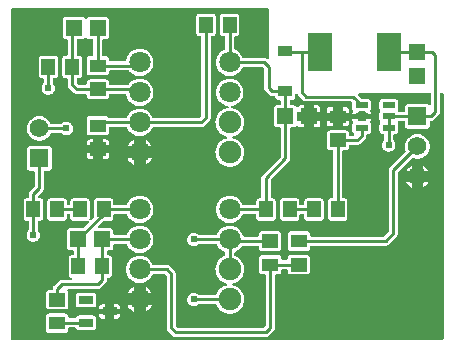
<source format=gtl>
G04 Layer: TopLayer*
G04 EasyEDA v6.5.47, 2024-12-22 15:22:41*
G04 e1e7952599984f8b88d5fc9924ef2239,3d6967793dfb4ab392e21a473a945d40,10*
G04 Gerber Generator version 0.2*
G04 Scale: 100 percent, Rotated: No, Reflected: No *
G04 Dimensions in millimeters *
G04 leading zeros omitted , absolute positions ,4 integer and 5 decimal *
%FSLAX45Y45*%
%MOMM*%

%AMMACRO1*21,1,$1,$2,0,0,$3*%
%ADD10C,0.2540*%
%ADD11MACRO1,1.35X1.41X90.0000*%
%ADD12MACRO1,1.35X1.41X0.0000*%
%ADD13R,1.3500X1.4100*%
%ADD14MACRO1,1.35X1.41X-90.0000*%
%ADD15R,1.1500X0.9500*%
%ADD16R,2.1500X3.3200*%
%ADD17MACRO1,1.377X1.1325X-90.0000*%
%ADD18MACRO1,1.377X1.1325X90.0000*%
%ADD19MACRO1,1.377X1.1325X0.0000*%
%ADD20R,1.3770X1.1325*%
%ADD21R,1.2500X0.7000*%
%ADD22R,1.0720X0.5320*%
%ADD23R,1.5748X1.5748*%
%ADD24C,1.5748*%
%ADD25C,1.8000*%
%ADD26C,1.9050*%
%ADD27C,0.6200*%
%ADD28C,0.0102*%

%LPD*%
G36*
X1420368Y3125978D02*
G01*
X1416456Y3126740D01*
X1413205Y3128975D01*
X1410970Y3132226D01*
X1410208Y3136138D01*
X1410208Y5920232D01*
X1410970Y5924143D01*
X1413205Y5927394D01*
X1416456Y5929630D01*
X1420368Y5930392D01*
X3583940Y5930392D01*
X3587851Y5929630D01*
X3591102Y5927394D01*
X3593337Y5924143D01*
X3594100Y5920232D01*
X3594100Y5513578D01*
X3593388Y5509818D01*
X3591356Y5506618D01*
X3588308Y5504383D01*
X3584600Y5503418D01*
X3580841Y5503875D01*
X3570732Y5509310D01*
X3563518Y5511495D01*
X3555492Y5512308D01*
X3379927Y5512308D01*
X3375964Y5513120D01*
X3372662Y5515356D01*
X3370478Y5518708D01*
X3368751Y5523026D01*
X3361740Y5535777D01*
X3353206Y5547563D01*
X3343249Y5558180D01*
X3332022Y5567476D01*
X3319729Y5575249D01*
X3307791Y5580888D01*
X3304692Y5583123D01*
X3302660Y5586272D01*
X3301949Y5590032D01*
X3301492Y5686247D01*
X3302254Y5690158D01*
X3304438Y5693460D01*
X3307740Y5695645D01*
X3311651Y5696458D01*
X3318357Y5696458D01*
X3324707Y5697169D01*
X3330143Y5699048D01*
X3335020Y5702147D01*
X3339134Y5706211D01*
X3342233Y5711139D01*
X3344113Y5716574D01*
X3344824Y5722924D01*
X3344824Y5859475D01*
X3344113Y5865825D01*
X3342233Y5871260D01*
X3339134Y5876188D01*
X3335020Y5880252D01*
X3330143Y5883351D01*
X3324707Y5885230D01*
X3318357Y5885942D01*
X3206242Y5885942D01*
X3199942Y5885230D01*
X3194456Y5883351D01*
X3189579Y5880252D01*
X3185464Y5876188D01*
X3182416Y5871260D01*
X3180486Y5865825D01*
X3179775Y5859475D01*
X3179775Y5722924D01*
X3180486Y5716574D01*
X3182416Y5711139D01*
X3185464Y5706211D01*
X3189579Y5702147D01*
X3194456Y5699048D01*
X3199942Y5697169D01*
X3206242Y5696458D01*
X3214116Y5696458D01*
X3217976Y5695696D01*
X3221278Y5693460D01*
X3223463Y5690209D01*
X3224276Y5686348D01*
X3224733Y5589574D01*
X3224022Y5585815D01*
X3221990Y5582615D01*
X3218891Y5580329D01*
X3208070Y5575249D01*
X3195777Y5567476D01*
X3184550Y5558180D01*
X3174593Y5547563D01*
X3166059Y5535777D01*
X3159048Y5523026D01*
X3153664Y5509514D01*
X3150057Y5495391D01*
X3148228Y5480964D01*
X3148228Y5466435D01*
X3150057Y5452008D01*
X3153664Y5437886D01*
X3159048Y5424373D01*
X3166059Y5411622D01*
X3174593Y5399836D01*
X3184550Y5389219D01*
X3195777Y5379923D01*
X3208070Y5372150D01*
X3221228Y5365953D01*
X3235096Y5361432D01*
X3249371Y5358739D01*
X3263900Y5357825D01*
X3278428Y5358739D01*
X3292703Y5361432D01*
X3306572Y5365953D01*
X3319729Y5372150D01*
X3332022Y5379923D01*
X3343249Y5389219D01*
X3353206Y5399836D01*
X3361740Y5411622D01*
X3368751Y5424373D01*
X3370478Y5428691D01*
X3372662Y5432044D01*
X3375964Y5434279D01*
X3379927Y5435092D01*
X3535781Y5435092D01*
X3539693Y5434330D01*
X3542995Y5432094D01*
X3552494Y5422595D01*
X3554729Y5419293D01*
X3555492Y5415381D01*
X3555492Y5258308D01*
X3556304Y5250281D01*
X3558489Y5243068D01*
X3562045Y5236362D01*
X3567176Y5230164D01*
X3595928Y5201412D01*
X3602126Y5196281D01*
X3608832Y5192725D01*
X3616045Y5190540D01*
X3624072Y5189728D01*
X3640378Y5189728D01*
X3643985Y5189067D01*
X3647135Y5187137D01*
X3649370Y5184241D01*
X3650437Y5180685D01*
X3651097Y5174996D01*
X3653028Y5169560D01*
X3656076Y5164632D01*
X3660190Y5160568D01*
X3665067Y5157470D01*
X3670554Y5155539D01*
X3676853Y5154828D01*
X3685641Y5154828D01*
X3689502Y5154066D01*
X3692804Y5151882D01*
X3694988Y5148630D01*
X3695801Y5144770D01*
X3695954Y5120132D01*
X3695192Y5116220D01*
X3693007Y5112918D01*
X3689705Y5110683D01*
X3685794Y5109921D01*
X3665474Y5109921D01*
X3659124Y5109210D01*
X3653688Y5107279D01*
X3648760Y5104180D01*
X3644696Y5100116D01*
X3641598Y5095189D01*
X3639718Y5089753D01*
X3639007Y5083454D01*
X3639007Y4949545D01*
X3639718Y4943246D01*
X3641598Y4937810D01*
X3644696Y4932883D01*
X3648760Y4928819D01*
X3653688Y4925720D01*
X3659124Y4923790D01*
X3665474Y4923078D01*
X3686556Y4923078D01*
X3690467Y4922316D01*
X3693718Y4920132D01*
X3695954Y4916830D01*
X3696715Y4912918D01*
X3696715Y4682388D01*
X3695954Y4678527D01*
X3693820Y4675225D01*
X3542995Y4521657D01*
X3538169Y4515713D01*
X3534613Y4509008D01*
X3532428Y4501794D01*
X3531615Y4493768D01*
X3531615Y4334002D01*
X3530854Y4330141D01*
X3528618Y4326839D01*
X3525367Y4324654D01*
X3521456Y4323842D01*
X3514242Y4323842D01*
X3507892Y4323130D01*
X3502456Y4321251D01*
X3497579Y4318152D01*
X3493465Y4314088D01*
X3490366Y4309160D01*
X3488486Y4303725D01*
X3487775Y4297375D01*
X3487775Y4277868D01*
X3486962Y4273956D01*
X3484778Y4270705D01*
X3481476Y4268470D01*
X3477615Y4267708D01*
X3379927Y4267708D01*
X3375964Y4268520D01*
X3372662Y4270756D01*
X3370478Y4274108D01*
X3368751Y4278426D01*
X3361740Y4291177D01*
X3353206Y4302963D01*
X3343249Y4313580D01*
X3332022Y4322876D01*
X3319729Y4330649D01*
X3306572Y4336846D01*
X3292703Y4341368D01*
X3278428Y4344060D01*
X3263900Y4344974D01*
X3249371Y4344060D01*
X3235096Y4341368D01*
X3221228Y4336846D01*
X3208070Y4330649D01*
X3195777Y4322876D01*
X3184550Y4313580D01*
X3174593Y4302963D01*
X3166059Y4291177D01*
X3159048Y4278426D01*
X3153664Y4264914D01*
X3150057Y4250791D01*
X3148228Y4236364D01*
X3148228Y4221835D01*
X3150057Y4207408D01*
X3153664Y4193286D01*
X3159048Y4179773D01*
X3166059Y4167022D01*
X3174593Y4155236D01*
X3184550Y4144619D01*
X3195777Y4135323D01*
X3208070Y4127550D01*
X3221228Y4121353D01*
X3235096Y4116832D01*
X3249371Y4114139D01*
X3263900Y4113225D01*
X3278428Y4114139D01*
X3292703Y4116832D01*
X3306572Y4121353D01*
X3319729Y4127550D01*
X3332022Y4135323D01*
X3343249Y4144619D01*
X3353206Y4155236D01*
X3361740Y4167022D01*
X3368751Y4179773D01*
X3370478Y4184091D01*
X3372662Y4187444D01*
X3375964Y4189679D01*
X3379927Y4190492D01*
X3477615Y4190492D01*
X3481476Y4189729D01*
X3484778Y4187494D01*
X3486962Y4184243D01*
X3487775Y4180332D01*
X3487775Y4160824D01*
X3488486Y4154474D01*
X3490366Y4149039D01*
X3493465Y4144111D01*
X3497579Y4140047D01*
X3502456Y4136948D01*
X3507892Y4135069D01*
X3514242Y4134358D01*
X3626358Y4134358D01*
X3632657Y4135069D01*
X3638143Y4136948D01*
X3643020Y4140047D01*
X3647135Y4144111D01*
X3650183Y4149039D01*
X3652113Y4154474D01*
X3652824Y4160824D01*
X3652824Y4297375D01*
X3652113Y4303725D01*
X3650183Y4309160D01*
X3647135Y4314088D01*
X3643020Y4318152D01*
X3638143Y4321251D01*
X3632657Y4323130D01*
X3626358Y4323842D01*
X3618992Y4323842D01*
X3615080Y4324654D01*
X3611829Y4326839D01*
X3609594Y4330141D01*
X3608832Y4334002D01*
X3608832Y4474311D01*
X3609594Y4478172D01*
X3611727Y4481474D01*
X3762552Y4635042D01*
X3767378Y4640986D01*
X3770934Y4647692D01*
X3773119Y4654905D01*
X3773932Y4662932D01*
X3773932Y4912918D01*
X3774694Y4916830D01*
X3776929Y4920132D01*
X3780180Y4922316D01*
X3784092Y4923078D01*
X3805326Y4923078D01*
X3811625Y4923790D01*
X3817112Y4925720D01*
X3821988Y4928819D01*
X3826103Y4932883D01*
X3829608Y4936947D01*
X3833368Y4938522D01*
X3837432Y4938522D01*
X3841191Y4936947D01*
X3844696Y4932883D01*
X3848811Y4928819D01*
X3853687Y4925720D01*
X3859174Y4923790D01*
X3865473Y4923078D01*
X3893820Y4923078D01*
X3893820Y4976418D01*
X3841953Y4976418D01*
X3838092Y4977180D01*
X3834790Y4979365D01*
X3832555Y4982667D01*
X3831793Y4986578D01*
X3831793Y5046421D01*
X3832555Y5050332D01*
X3834790Y5053634D01*
X3838092Y5055819D01*
X3841953Y5056581D01*
X3893820Y5056581D01*
X3893820Y5109921D01*
X3865473Y5109921D01*
X3859174Y5109210D01*
X3853687Y5107279D01*
X3848811Y5104180D01*
X3844696Y5100116D01*
X3841191Y5096052D01*
X3837432Y5094478D01*
X3833368Y5094478D01*
X3829608Y5096052D01*
X3826103Y5100116D01*
X3821988Y5104180D01*
X3817112Y5107279D01*
X3811625Y5109210D01*
X3805326Y5109921D01*
X3783329Y5109921D01*
X3779469Y5110683D01*
X3776167Y5112867D01*
X3773982Y5116118D01*
X3773170Y5119979D01*
X3773017Y5144617D01*
X3773779Y5148529D01*
X3775964Y5151831D01*
X3779265Y5154066D01*
X3783177Y5154828D01*
X3790746Y5154828D01*
X3797046Y5155539D01*
X3802532Y5157470D01*
X3807409Y5160568D01*
X3811524Y5164632D01*
X3814572Y5169560D01*
X3816502Y5174996D01*
X3817213Y5181295D01*
X3817213Y5198516D01*
X3817975Y5202377D01*
X3820160Y5205679D01*
X3823411Y5207914D01*
X3827272Y5208676D01*
X3829710Y5208727D01*
X3833317Y5208066D01*
X3836466Y5206187D01*
X3838752Y5203342D01*
X3841445Y5198262D01*
X3846576Y5192064D01*
X3883964Y5154676D01*
X3890162Y5149545D01*
X3896868Y5145989D01*
X3904081Y5143804D01*
X3912108Y5142992D01*
X4290568Y5142992D01*
X4294479Y5142230D01*
X4298391Y5139385D01*
X4300626Y5136083D01*
X4301388Y5132171D01*
X4301388Y5085486D01*
X4302099Y5079136D01*
X4304030Y5073700D01*
X4306722Y5069382D01*
X4308094Y5065877D01*
X4308094Y5062118D01*
X4306722Y5058613D01*
X4304030Y5054295D01*
X4302099Y5048859D01*
X4301388Y5042509D01*
X4301388Y5036159D01*
X4347768Y5036159D01*
X4347768Y5048808D01*
X4348530Y5052720D01*
X4350715Y5056022D01*
X4354017Y5058206D01*
X4357928Y5058968D01*
X4403902Y5058968D01*
X4407763Y5058206D01*
X4411065Y5056022D01*
X4413300Y5052720D01*
X4414062Y5048808D01*
X4414062Y5036159D01*
X4460392Y5036159D01*
X4460392Y5042509D01*
X4459681Y5048859D01*
X4457801Y5054295D01*
X4455109Y5058613D01*
X4453737Y5062118D01*
X4453737Y5065877D01*
X4455109Y5069382D01*
X4457801Y5073700D01*
X4459681Y5079136D01*
X4460392Y5085486D01*
X4460392Y5137505D01*
X4459681Y5143855D01*
X4457801Y5149291D01*
X4454702Y5154218D01*
X4450638Y5158282D01*
X4445711Y5161381D01*
X4440275Y5163312D01*
X4433925Y5164023D01*
X4387189Y5164023D01*
X4383278Y5164785D01*
X4380026Y5166969D01*
X4351324Y5195671D01*
X4349140Y5198922D01*
X4348327Y5202834D01*
X4349089Y5206695D01*
X4351274Y5209997D01*
X4354576Y5212232D01*
X4358436Y5212994D01*
X4954930Y5217871D01*
X4958842Y5217109D01*
X4962194Y5214924D01*
X4964430Y5211622D01*
X4965192Y5207711D01*
X4965192Y5121046D01*
X4964430Y5117134D01*
X4962194Y5113832D01*
X4958943Y5111648D01*
X4955032Y5110886D01*
X4951120Y5111648D01*
X4947869Y5113832D01*
X4946243Y5115458D01*
X4941366Y5118506D01*
X4935880Y5120436D01*
X4929581Y5121148D01*
X4773218Y5121148D01*
X4766919Y5120436D01*
X4761433Y5118506D01*
X4756556Y5115458D01*
X4752441Y5111343D01*
X4749393Y5106466D01*
X4747463Y5100980D01*
X4746752Y5094681D01*
X4746752Y5065268D01*
X4745990Y5061356D01*
X4743754Y5058105D01*
X4740503Y5055870D01*
X4736592Y5055108D01*
X4694275Y5055108D01*
X4690110Y5056022D01*
X4686655Y5058562D01*
X4684572Y5062321D01*
X4684217Y5066639D01*
X4685690Y5070652D01*
X4687570Y5073700D01*
X4689500Y5079136D01*
X4690211Y5085486D01*
X4690211Y5137505D01*
X4689500Y5143855D01*
X4687570Y5149291D01*
X4684522Y5154218D01*
X4680407Y5158282D01*
X4675530Y5161381D01*
X4670044Y5163312D01*
X4663744Y5164023D01*
X4557674Y5164023D01*
X4551324Y5163312D01*
X4545888Y5161381D01*
X4540961Y5158282D01*
X4536897Y5154218D01*
X4533798Y5149291D01*
X4531918Y5143855D01*
X4531207Y5137505D01*
X4531207Y5085486D01*
X4531918Y5079136D01*
X4533798Y5073700D01*
X4536490Y5069382D01*
X4537862Y5065877D01*
X4537862Y5062118D01*
X4536490Y5058613D01*
X4533798Y5054295D01*
X4531918Y5048859D01*
X4531207Y5042509D01*
X4531207Y4990490D01*
X4531918Y4984140D01*
X4533798Y4978704D01*
X4536490Y4974386D01*
X4537862Y4970881D01*
X4537862Y4967122D01*
X4536490Y4963617D01*
X4533798Y4959299D01*
X4531918Y4953863D01*
X4531207Y4947513D01*
X4531207Y4895494D01*
X4531918Y4889144D01*
X4533798Y4883708D01*
X4536897Y4878781D01*
X4540961Y4874717D01*
X4545888Y4871618D01*
X4551324Y4869688D01*
X4557674Y4868976D01*
X4561636Y4868976D01*
X4565497Y4868214D01*
X4568799Y4865979D01*
X4571034Y4862677D01*
X4571796Y4858816D01*
X4571644Y4821326D01*
X4571085Y4817973D01*
X4569409Y4814976D01*
X4562957Y4807051D01*
X4558284Y4798618D01*
X4555083Y4789525D01*
X4553458Y4780026D01*
X4553458Y4770374D01*
X4555083Y4760874D01*
X4558284Y4751781D01*
X4562957Y4743348D01*
X4569053Y4735830D01*
X4576267Y4729480D01*
X4584496Y4724400D01*
X4593437Y4720844D01*
X4602886Y4718812D01*
X4612538Y4718354D01*
X4622088Y4719624D01*
X4631283Y4722418D01*
X4639919Y4726787D01*
X4647692Y4732528D01*
X4654346Y4739487D01*
X4659731Y4747463D01*
X4663744Y4756251D01*
X4666132Y4765598D01*
X4666996Y4775200D01*
X4666132Y4784801D01*
X4663744Y4794148D01*
X4659731Y4802936D01*
X4654346Y4810912D01*
X4651705Y4813706D01*
X4649571Y4816957D01*
X4648860Y4820767D01*
X4649012Y4858867D01*
X4649774Y4862728D01*
X4652010Y4866030D01*
X4655261Y4868214D01*
X4659172Y4868976D01*
X4663744Y4868976D01*
X4670044Y4869688D01*
X4675530Y4871618D01*
X4680407Y4874717D01*
X4684522Y4878781D01*
X4687570Y4883708D01*
X4689500Y4889144D01*
X4690211Y4895494D01*
X4690211Y4947513D01*
X4689500Y4953863D01*
X4687570Y4959299D01*
X4685690Y4962347D01*
X4684217Y4966360D01*
X4684572Y4970678D01*
X4686655Y4974437D01*
X4690110Y4976977D01*
X4694275Y4977892D01*
X4736592Y4977892D01*
X4740503Y4977130D01*
X4743754Y4974894D01*
X4745990Y4971643D01*
X4746752Y4967732D01*
X4746752Y4938318D01*
X4747463Y4932019D01*
X4749393Y4926533D01*
X4752441Y4921656D01*
X4756556Y4917541D01*
X4761433Y4914493D01*
X4766919Y4912563D01*
X4773218Y4911852D01*
X4929581Y4911852D01*
X4935880Y4912563D01*
X4941366Y4914493D01*
X4946243Y4917541D01*
X4950358Y4921656D01*
X4953406Y4926533D01*
X4955336Y4932019D01*
X4956048Y4938318D01*
X4956048Y4967782D01*
X4956708Y4971440D01*
X4958689Y4974590D01*
X4961636Y4976876D01*
X4965192Y4977892D01*
X4973218Y4978704D01*
X4980432Y4980889D01*
X4987137Y4984445D01*
X4993335Y4989576D01*
X5030724Y5026964D01*
X5035854Y5033162D01*
X5039410Y5039868D01*
X5041595Y5047081D01*
X5042408Y5055108D01*
X5042408Y5208473D01*
X5043170Y5212384D01*
X5045354Y5215636D01*
X5048605Y5217871D01*
X5052466Y5218633D01*
X5063896Y5218734D01*
X5067808Y5217972D01*
X5071160Y5215788D01*
X5073396Y5212486D01*
X5074158Y5208574D01*
X5074158Y3136138D01*
X5073396Y3132226D01*
X5071160Y3128975D01*
X5067909Y3126740D01*
X5063998Y3125978D01*
G37*

%LPC*%
G36*
X2807208Y3149092D02*
G01*
X3568192Y3149092D01*
X3576218Y3149904D01*
X3583432Y3152089D01*
X3590137Y3155645D01*
X3596335Y3160776D01*
X3633724Y3198164D01*
X3638854Y3204362D01*
X3642410Y3211068D01*
X3644595Y3218281D01*
X3645408Y3226308D01*
X3645408Y3668115D01*
X3646170Y3671976D01*
X3648405Y3675278D01*
X3651656Y3677462D01*
X3655568Y3678275D01*
X3675075Y3678275D01*
X3681425Y3678986D01*
X3686860Y3680866D01*
X3691788Y3683965D01*
X3695852Y3688079D01*
X3698951Y3692956D01*
X3700830Y3698392D01*
X3701542Y3704742D01*
X3701542Y3712006D01*
X3702354Y3715918D01*
X3704539Y3719220D01*
X3707841Y3721404D01*
X3711701Y3722166D01*
X3743198Y3722166D01*
X3747058Y3721404D01*
X3750360Y3719220D01*
X3752545Y3715918D01*
X3753358Y3712006D01*
X3753358Y3704742D01*
X3754069Y3698392D01*
X3755948Y3692956D01*
X3759047Y3688079D01*
X3763111Y3683965D01*
X3768039Y3680866D01*
X3773474Y3678986D01*
X3779824Y3678275D01*
X3916375Y3678275D01*
X3922725Y3678986D01*
X3928160Y3680866D01*
X3933088Y3683965D01*
X3937152Y3688079D01*
X3940251Y3692956D01*
X3942130Y3698392D01*
X3942842Y3704742D01*
X3942842Y3816858D01*
X3942130Y3823157D01*
X3940251Y3828643D01*
X3937152Y3833520D01*
X3933088Y3837635D01*
X3928160Y3840683D01*
X3922725Y3842613D01*
X3916375Y3843324D01*
X3779824Y3843324D01*
X3773474Y3842613D01*
X3768039Y3840683D01*
X3763111Y3837635D01*
X3759047Y3833520D01*
X3755948Y3828643D01*
X3754069Y3823157D01*
X3753358Y3816858D01*
X3753358Y3809542D01*
X3752545Y3805682D01*
X3750360Y3802379D01*
X3747058Y3800195D01*
X3743198Y3799382D01*
X3711701Y3799382D01*
X3707841Y3800195D01*
X3704539Y3802379D01*
X3702354Y3805682D01*
X3701542Y3809542D01*
X3701542Y3816858D01*
X3700830Y3823157D01*
X3698951Y3828643D01*
X3695852Y3833520D01*
X3691788Y3837635D01*
X3686860Y3840683D01*
X3681425Y3842613D01*
X3675075Y3843324D01*
X3538524Y3843324D01*
X3532174Y3842613D01*
X3526739Y3840683D01*
X3521811Y3837635D01*
X3517747Y3833520D01*
X3514648Y3828643D01*
X3512769Y3823157D01*
X3512058Y3816858D01*
X3512058Y3704742D01*
X3512769Y3698392D01*
X3514648Y3692956D01*
X3517747Y3688079D01*
X3521811Y3683965D01*
X3526739Y3680866D01*
X3532174Y3678986D01*
X3538524Y3678275D01*
X3558032Y3678275D01*
X3561943Y3677462D01*
X3565194Y3675278D01*
X3567429Y3671976D01*
X3568192Y3668115D01*
X3568192Y3246018D01*
X3567429Y3242106D01*
X3565194Y3238804D01*
X3555695Y3229305D01*
X3552393Y3227070D01*
X3548481Y3226308D01*
X2826918Y3226308D01*
X2823006Y3227070D01*
X2819704Y3229305D01*
X2810205Y3238804D01*
X2807970Y3242106D01*
X2807208Y3246018D01*
X2807208Y3682492D01*
X2806395Y3690518D01*
X2804210Y3697732D01*
X2800654Y3704437D01*
X2795524Y3710635D01*
X2758135Y3748024D01*
X2751937Y3753154D01*
X2745232Y3756710D01*
X2738018Y3758895D01*
X2729992Y3759708D01*
X2617927Y3759708D01*
X2613964Y3760520D01*
X2610662Y3762756D01*
X2608478Y3766108D01*
X2606751Y3770426D01*
X2599740Y3783177D01*
X2591206Y3794963D01*
X2581249Y3805580D01*
X2570022Y3814876D01*
X2557729Y3822649D01*
X2544572Y3828846D01*
X2530703Y3833368D01*
X2516428Y3836060D01*
X2501900Y3836974D01*
X2487371Y3836060D01*
X2473096Y3833368D01*
X2459228Y3828846D01*
X2446070Y3822649D01*
X2433777Y3814876D01*
X2422550Y3805580D01*
X2412593Y3794963D01*
X2404059Y3783177D01*
X2397048Y3770426D01*
X2391664Y3756914D01*
X2388057Y3742791D01*
X2386228Y3728364D01*
X2386228Y3713835D01*
X2388057Y3699408D01*
X2391664Y3685286D01*
X2397048Y3671773D01*
X2404059Y3659022D01*
X2412593Y3647236D01*
X2422550Y3636619D01*
X2433777Y3627323D01*
X2446070Y3619550D01*
X2459228Y3613353D01*
X2473096Y3608832D01*
X2487371Y3606139D01*
X2501900Y3605225D01*
X2516428Y3606139D01*
X2530703Y3608832D01*
X2544572Y3613353D01*
X2557729Y3619550D01*
X2570022Y3627323D01*
X2581249Y3636619D01*
X2591206Y3647236D01*
X2599740Y3659022D01*
X2606751Y3671773D01*
X2608478Y3676091D01*
X2610662Y3679444D01*
X2613964Y3681679D01*
X2617927Y3682492D01*
X2710281Y3682492D01*
X2714193Y3681729D01*
X2717495Y3679494D01*
X2726994Y3669995D01*
X2729230Y3666693D01*
X2729992Y3662781D01*
X2729992Y3226308D01*
X2730804Y3218281D01*
X2732989Y3211068D01*
X2736545Y3204362D01*
X2741676Y3198164D01*
X2779064Y3160776D01*
X2785262Y3155645D01*
X2791968Y3152089D01*
X2799181Y3149904D01*
G37*
G36*
X1735124Y3182975D02*
G01*
X1871675Y3182975D01*
X1878025Y3183686D01*
X1883460Y3185566D01*
X1888388Y3188665D01*
X1892452Y3192780D01*
X1895551Y3197656D01*
X1897430Y3203092D01*
X1898142Y3209442D01*
X1898142Y3221736D01*
X1898954Y3225647D01*
X1901139Y3228898D01*
X1904441Y3231134D01*
X1908302Y3231896D01*
X1950669Y3231896D01*
X1954733Y3231032D01*
X1958086Y3228644D01*
X1960524Y3224276D01*
X1963623Y3219399D01*
X1967687Y3215284D01*
X1972614Y3212236D01*
X1978050Y3210306D01*
X1984400Y3209594D01*
X2108250Y3209594D01*
X2114550Y3210306D01*
X2120036Y3212236D01*
X2124913Y3215284D01*
X2129028Y3219399D01*
X2132076Y3224276D01*
X2134006Y3229762D01*
X2134717Y3236061D01*
X2134717Y3304946D01*
X2134006Y3311245D01*
X2132076Y3316732D01*
X2129028Y3321608D01*
X2124913Y3325723D01*
X2120036Y3328771D01*
X2114550Y3330701D01*
X2108250Y3331413D01*
X1984400Y3331413D01*
X1978050Y3330701D01*
X1972614Y3328771D01*
X1967687Y3325723D01*
X1963623Y3321608D01*
X1958086Y3312363D01*
X1954733Y3309975D01*
X1950669Y3309112D01*
X1908302Y3309112D01*
X1904441Y3309874D01*
X1901139Y3312109D01*
X1898954Y3315360D01*
X1898142Y3319272D01*
X1898142Y3321558D01*
X1897430Y3327857D01*
X1895551Y3333343D01*
X1892452Y3338220D01*
X1888388Y3342335D01*
X1883460Y3345383D01*
X1878025Y3347313D01*
X1871675Y3348024D01*
X1735124Y3348024D01*
X1728774Y3347313D01*
X1723339Y3345383D01*
X1718411Y3342335D01*
X1714347Y3338220D01*
X1711248Y3333343D01*
X1709369Y3327857D01*
X1708657Y3321558D01*
X1708657Y3209442D01*
X1709369Y3203092D01*
X1711248Y3197656D01*
X1714347Y3192780D01*
X1718411Y3188665D01*
X1723339Y3185566D01*
X1728774Y3183686D01*
G37*
G36*
X2184349Y3304590D02*
G01*
X2208682Y3304590D01*
X2208682Y3341674D01*
X2157882Y3341674D01*
X2157882Y3331057D01*
X2158593Y3324758D01*
X2160524Y3319272D01*
X2163572Y3314395D01*
X2167686Y3310280D01*
X2172563Y3307232D01*
X2178050Y3305301D01*
G37*
G36*
X2283917Y3304590D02*
G01*
X2308199Y3304590D01*
X2314549Y3305301D01*
X2319985Y3307232D01*
X2324912Y3310280D01*
X2328976Y3314395D01*
X2332075Y3319272D01*
X2334006Y3324758D01*
X2334717Y3331057D01*
X2334717Y3341674D01*
X2283917Y3341674D01*
G37*
G36*
X3263900Y3345942D02*
G01*
X3278784Y3346856D01*
X3293465Y3349599D01*
X3307638Y3354120D01*
X3321202Y3360369D01*
X3333902Y3368243D01*
X3345535Y3377590D01*
X3355898Y3388309D01*
X3364890Y3400196D01*
X3372358Y3413099D01*
X3378149Y3426815D01*
X3382213Y3441192D01*
X3384499Y3455924D01*
X3384956Y3470808D01*
X3383584Y3485692D01*
X3380435Y3500272D01*
X3375456Y3514293D01*
X3368801Y3527653D01*
X3360572Y3540099D01*
X3350869Y3551428D01*
X3339846Y3561486D01*
X3327654Y3570071D01*
X3314547Y3577132D01*
X3300628Y3582517D01*
X3294227Y3584143D01*
X3290366Y3586073D01*
X3287623Y3589477D01*
X3286556Y3593693D01*
X3287369Y3597960D01*
X3289858Y3601516D01*
X3293618Y3603701D01*
X3307638Y3608120D01*
X3321202Y3614369D01*
X3333902Y3622243D01*
X3345535Y3631590D01*
X3355898Y3642309D01*
X3364890Y3654196D01*
X3372358Y3667099D01*
X3378149Y3680815D01*
X3382213Y3695192D01*
X3384499Y3709924D01*
X3384956Y3724808D01*
X3383584Y3739692D01*
X3380435Y3754272D01*
X3375456Y3768293D01*
X3368801Y3781653D01*
X3360572Y3794099D01*
X3350869Y3805428D01*
X3339846Y3815486D01*
X3327654Y3824071D01*
X3314547Y3831132D01*
X3309010Y3833317D01*
X3305606Y3835450D01*
X3303320Y3838803D01*
X3302508Y3842765D01*
X3302508Y3858971D01*
X3303219Y3862730D01*
X3305251Y3865930D01*
X3308350Y3868165D01*
X3319729Y3873550D01*
X3332022Y3881323D01*
X3343249Y3890619D01*
X3353206Y3901236D01*
X3361740Y3913022D01*
X3363925Y3916934D01*
X3366160Y3919728D01*
X3369259Y3921556D01*
X3372815Y3922166D01*
X3501898Y3922166D01*
X3505758Y3921404D01*
X3509060Y3919220D01*
X3511245Y3915918D01*
X3512058Y3912006D01*
X3512058Y3904742D01*
X3512769Y3898442D01*
X3514648Y3892956D01*
X3517747Y3888079D01*
X3521811Y3883964D01*
X3526739Y3880916D01*
X3532174Y3878986D01*
X3538524Y3878275D01*
X3675075Y3878275D01*
X3681425Y3878986D01*
X3686860Y3880916D01*
X3691788Y3883964D01*
X3695852Y3888079D01*
X3698951Y3892956D01*
X3700830Y3898442D01*
X3701542Y3904742D01*
X3701542Y4016857D01*
X3700830Y4023207D01*
X3698951Y4028643D01*
X3695852Y4033520D01*
X3691788Y4037634D01*
X3686860Y4040733D01*
X3681425Y4042613D01*
X3675075Y4043324D01*
X3538524Y4043324D01*
X3532174Y4042613D01*
X3526739Y4040733D01*
X3521811Y4037634D01*
X3517747Y4033520D01*
X3514648Y4028643D01*
X3512769Y4023207D01*
X3512058Y4016857D01*
X3512058Y4009542D01*
X3511245Y4005681D01*
X3509060Y4002379D01*
X3505758Y4000195D01*
X3501898Y3999382D01*
X3384956Y3999382D01*
X3380638Y4000398D01*
X3377133Y4003090D01*
X3375101Y4007053D01*
X3374136Y4010914D01*
X3368751Y4024426D01*
X3361740Y4037177D01*
X3353206Y4048963D01*
X3343249Y4059580D01*
X3332022Y4068876D01*
X3319729Y4076649D01*
X3306572Y4082846D01*
X3292703Y4087368D01*
X3278428Y4090060D01*
X3263900Y4090974D01*
X3249371Y4090060D01*
X3235096Y4087368D01*
X3221228Y4082846D01*
X3208070Y4076649D01*
X3195777Y4068876D01*
X3184550Y4059580D01*
X3174593Y4048963D01*
X3166059Y4037177D01*
X3159048Y4024426D01*
X3157321Y4020108D01*
X3155137Y4016756D01*
X3151835Y4014520D01*
X3147872Y4013708D01*
X3004921Y4013708D01*
X3000959Y4014520D01*
X2988919Y4023512D01*
X2980283Y4027881D01*
X2971088Y4030675D01*
X2961538Y4031945D01*
X2951886Y4031487D01*
X2942437Y4029456D01*
X2933496Y4025900D01*
X2925267Y4020820D01*
X2918053Y4014470D01*
X2911957Y4006951D01*
X2907284Y3998518D01*
X2904083Y3989425D01*
X2902458Y3979926D01*
X2902458Y3970274D01*
X2904083Y3960774D01*
X2907284Y3951681D01*
X2911957Y3943248D01*
X2918053Y3935729D01*
X2925267Y3929379D01*
X2933496Y3924300D01*
X2942437Y3920744D01*
X2951886Y3918712D01*
X2961538Y3918254D01*
X2971088Y3919524D01*
X2980283Y3922318D01*
X2988919Y3926687D01*
X3000959Y3935679D01*
X3004921Y3936492D01*
X3147872Y3936492D01*
X3151835Y3935679D01*
X3155137Y3933444D01*
X3157321Y3930091D01*
X3159048Y3925773D01*
X3166059Y3913022D01*
X3174593Y3901236D01*
X3184550Y3890619D01*
X3195777Y3881323D01*
X3208070Y3873550D01*
X3219450Y3868165D01*
X3222548Y3865930D01*
X3224580Y3862730D01*
X3225292Y3858971D01*
X3225292Y3842765D01*
X3224479Y3838803D01*
X3222193Y3835450D01*
X3218789Y3833317D01*
X3213252Y3831132D01*
X3200146Y3824071D01*
X3187954Y3815486D01*
X3176930Y3805428D01*
X3167227Y3794099D01*
X3158998Y3781653D01*
X3152343Y3768293D01*
X3147364Y3754272D01*
X3144215Y3739692D01*
X3142843Y3724808D01*
X3143300Y3709924D01*
X3145586Y3695192D01*
X3149650Y3680815D01*
X3155442Y3667099D01*
X3162909Y3654196D01*
X3171901Y3642309D01*
X3182264Y3631590D01*
X3193897Y3622243D01*
X3206597Y3614369D01*
X3220161Y3608120D01*
X3234182Y3603701D01*
X3237941Y3601516D01*
X3240430Y3597960D01*
X3241243Y3593693D01*
X3240176Y3589477D01*
X3237433Y3586073D01*
X3233572Y3584143D01*
X3227171Y3582517D01*
X3213252Y3577132D01*
X3200146Y3570071D01*
X3187954Y3561486D01*
X3176930Y3551428D01*
X3167227Y3540099D01*
X3158998Y3527653D01*
X3152343Y3514293D01*
X3151682Y3512515D01*
X3149549Y3508959D01*
X3146196Y3506571D01*
X3142132Y3505708D01*
X3004921Y3505708D01*
X3000959Y3506520D01*
X2988919Y3515512D01*
X2980283Y3519881D01*
X2971088Y3522675D01*
X2961538Y3523945D01*
X2951886Y3523487D01*
X2942437Y3521456D01*
X2933496Y3517900D01*
X2925267Y3512820D01*
X2918053Y3506470D01*
X2911957Y3498951D01*
X2907284Y3490518D01*
X2904083Y3481425D01*
X2902458Y3471926D01*
X2902458Y3462274D01*
X2904083Y3452774D01*
X2907284Y3443681D01*
X2911957Y3435248D01*
X2918053Y3427729D01*
X2925267Y3421379D01*
X2933496Y3416300D01*
X2942437Y3412744D01*
X2951886Y3410712D01*
X2961538Y3410254D01*
X2971088Y3411524D01*
X2980283Y3414318D01*
X2988919Y3418687D01*
X3000959Y3427679D01*
X3004921Y3428492D01*
X3142234Y3428492D01*
X3146094Y3427729D01*
X3149346Y3425545D01*
X3151581Y3422294D01*
X3155442Y3413099D01*
X3162909Y3400196D01*
X3171901Y3388309D01*
X3182264Y3377590D01*
X3193897Y3368243D01*
X3206597Y3360369D01*
X3220161Y3354120D01*
X3234334Y3349599D01*
X3249015Y3346856D01*
G37*
G36*
X2553258Y3363417D02*
G01*
X2557729Y3365550D01*
X2570022Y3373323D01*
X2581249Y3382619D01*
X2591206Y3393236D01*
X2599740Y3405022D01*
X2605633Y3415741D01*
X2553258Y3415741D01*
G37*
G36*
X2450541Y3363417D02*
G01*
X2450541Y3415741D01*
X2398166Y3415741D01*
X2404059Y3405022D01*
X2412593Y3393236D01*
X2422550Y3382619D01*
X2433777Y3373323D01*
X2446070Y3365550D01*
G37*
G36*
X1735124Y3382975D02*
G01*
X1871675Y3382975D01*
X1878025Y3383686D01*
X1883460Y3385616D01*
X1888388Y3388664D01*
X1892452Y3392779D01*
X1895551Y3397656D01*
X1897430Y3403142D01*
X1898142Y3409442D01*
X1898142Y3521557D01*
X1897430Y3527907D01*
X1895551Y3533343D01*
X1890318Y3541572D01*
X1889556Y3545433D01*
X1890369Y3549294D01*
X1892604Y3552545D01*
X1895856Y3554729D01*
X1899716Y3555492D01*
X2145792Y3555492D01*
X2153818Y3556304D01*
X2161032Y3558489D01*
X2167737Y3562045D01*
X2173935Y3567176D01*
X2209800Y3603040D01*
X2214930Y3609238D01*
X2218486Y3615944D01*
X2220671Y3623157D01*
X2221484Y3631184D01*
X2221484Y3641598D01*
X2222246Y3645458D01*
X2224481Y3648760D01*
X2227732Y3650945D01*
X2231644Y3651758D01*
X2238857Y3651758D01*
X2245207Y3652469D01*
X2250643Y3654348D01*
X2255520Y3657447D01*
X2259634Y3661511D01*
X2262733Y3666439D01*
X2264613Y3671874D01*
X2265324Y3678224D01*
X2265324Y3814775D01*
X2264613Y3821125D01*
X2262733Y3826560D01*
X2259634Y3831488D01*
X2255520Y3835552D01*
X2250643Y3838651D01*
X2245207Y3840530D01*
X2238857Y3841242D01*
X2231593Y3841242D01*
X2227681Y3842054D01*
X2224379Y3844239D01*
X2222195Y3847541D01*
X2221433Y3851401D01*
X2221433Y3871518D01*
X2222195Y3875430D01*
X2224379Y3878732D01*
X2227681Y3880916D01*
X2231593Y3881678D01*
X2252726Y3881678D01*
X2259076Y3882390D01*
X2264511Y3884320D01*
X2269439Y3887419D01*
X2273503Y3891483D01*
X2276602Y3896410D01*
X2278481Y3901846D01*
X2279192Y3908145D01*
X2279192Y3926332D01*
X2280005Y3930243D01*
X2282190Y3933494D01*
X2285492Y3935729D01*
X2289352Y3936492D01*
X2385872Y3936492D01*
X2389835Y3935679D01*
X2393137Y3933444D01*
X2395321Y3930091D01*
X2397048Y3925773D01*
X2404059Y3913022D01*
X2412593Y3901236D01*
X2422550Y3890619D01*
X2433777Y3881323D01*
X2446070Y3873550D01*
X2459228Y3867353D01*
X2473096Y3862832D01*
X2487371Y3860139D01*
X2501900Y3859225D01*
X2516428Y3860139D01*
X2530703Y3862832D01*
X2544572Y3867353D01*
X2557729Y3873550D01*
X2570022Y3881323D01*
X2581249Y3890619D01*
X2591206Y3901236D01*
X2599740Y3913022D01*
X2606751Y3925773D01*
X2612136Y3939286D01*
X2615742Y3953408D01*
X2617571Y3967835D01*
X2617571Y3982364D01*
X2615742Y3996791D01*
X2612136Y4010914D01*
X2606751Y4024426D01*
X2599740Y4037177D01*
X2591206Y4048963D01*
X2581249Y4059580D01*
X2570022Y4068876D01*
X2557729Y4076649D01*
X2544572Y4082846D01*
X2530703Y4087368D01*
X2516428Y4090060D01*
X2501900Y4090974D01*
X2487371Y4090060D01*
X2473096Y4087368D01*
X2459228Y4082846D01*
X2446070Y4076649D01*
X2433777Y4068876D01*
X2422550Y4059580D01*
X2412593Y4048963D01*
X2404059Y4037177D01*
X2397048Y4024426D01*
X2395321Y4020108D01*
X2393137Y4016756D01*
X2389835Y4014520D01*
X2385872Y4013708D01*
X2289352Y4013708D01*
X2285492Y4014470D01*
X2282190Y4016705D01*
X2280005Y4019956D01*
X2279192Y4023868D01*
X2279192Y4042054D01*
X2278481Y4048353D01*
X2276602Y4053789D01*
X2273503Y4058716D01*
X2269439Y4062780D01*
X2264511Y4065879D01*
X2259076Y4067810D01*
X2252726Y4068521D01*
X2155342Y4068521D01*
X2151430Y4069283D01*
X2148128Y4071467D01*
X2145944Y4074769D01*
X2145182Y4078681D01*
X2145944Y4082542D01*
X2148128Y4085844D01*
X2193645Y4131360D01*
X2196947Y4133545D01*
X2200859Y4134358D01*
X2251557Y4134358D01*
X2257907Y4135069D01*
X2263343Y4136948D01*
X2268220Y4140047D01*
X2272334Y4144111D01*
X2275433Y4149039D01*
X2277313Y4154474D01*
X2278024Y4160824D01*
X2278024Y4180332D01*
X2278837Y4184243D01*
X2281021Y4187494D01*
X2284323Y4189729D01*
X2288184Y4190492D01*
X2385872Y4190492D01*
X2389835Y4189679D01*
X2393137Y4187444D01*
X2395321Y4184091D01*
X2397048Y4179773D01*
X2404059Y4167022D01*
X2412593Y4155236D01*
X2422550Y4144619D01*
X2433777Y4135323D01*
X2446070Y4127550D01*
X2459228Y4121353D01*
X2473096Y4116832D01*
X2487371Y4114139D01*
X2501900Y4113225D01*
X2516428Y4114139D01*
X2530703Y4116832D01*
X2544572Y4121353D01*
X2557729Y4127550D01*
X2570022Y4135323D01*
X2581249Y4144619D01*
X2591206Y4155236D01*
X2599740Y4167022D01*
X2606751Y4179773D01*
X2612136Y4193286D01*
X2615742Y4207408D01*
X2617571Y4221835D01*
X2617571Y4236364D01*
X2615742Y4250791D01*
X2612136Y4264914D01*
X2606751Y4278426D01*
X2599740Y4291177D01*
X2591206Y4302963D01*
X2581249Y4313580D01*
X2570022Y4322876D01*
X2557729Y4330649D01*
X2544572Y4336846D01*
X2530703Y4341368D01*
X2516428Y4344060D01*
X2501900Y4344974D01*
X2487371Y4344060D01*
X2473096Y4341368D01*
X2459228Y4336846D01*
X2446070Y4330649D01*
X2433777Y4322876D01*
X2422550Y4313580D01*
X2412593Y4302963D01*
X2404059Y4291177D01*
X2397048Y4278426D01*
X2395321Y4274108D01*
X2393137Y4270756D01*
X2389835Y4268520D01*
X2385872Y4267708D01*
X2288184Y4267708D01*
X2284323Y4268470D01*
X2281021Y4270705D01*
X2278837Y4273956D01*
X2278024Y4277868D01*
X2278024Y4297375D01*
X2277313Y4303725D01*
X2275433Y4309160D01*
X2272334Y4314088D01*
X2268220Y4318152D01*
X2263343Y4321251D01*
X2257907Y4323130D01*
X2251557Y4323842D01*
X2139442Y4323842D01*
X2133142Y4323130D01*
X2127656Y4321251D01*
X2122779Y4318152D01*
X2118664Y4314088D01*
X2115616Y4309160D01*
X2113686Y4303725D01*
X2112975Y4297375D01*
X2112975Y4164076D01*
X2112213Y4160215D01*
X2109978Y4156913D01*
X2092502Y4139387D01*
X2089251Y4137202D01*
X2085492Y4136440D01*
X2081631Y4137101D01*
X2078380Y4139184D01*
X2076094Y4142333D01*
X2075180Y4146092D01*
X2075738Y4149953D01*
X2077313Y4154474D01*
X2078024Y4160824D01*
X2078024Y4297375D01*
X2077313Y4303725D01*
X2075383Y4309160D01*
X2072335Y4314088D01*
X2068220Y4318152D01*
X2063343Y4321251D01*
X2057857Y4323130D01*
X2051557Y4323842D01*
X1939442Y4323842D01*
X1933092Y4323130D01*
X1927656Y4321251D01*
X1922780Y4318152D01*
X1918665Y4314088D01*
X1915566Y4309160D01*
X1913686Y4303725D01*
X1912975Y4297375D01*
X1912975Y4277868D01*
X1912162Y4273956D01*
X1909978Y4270705D01*
X1906676Y4268470D01*
X1902815Y4267708D01*
X1894484Y4267708D01*
X1890623Y4268470D01*
X1887321Y4270705D01*
X1885137Y4273956D01*
X1884324Y4277868D01*
X1884324Y4297375D01*
X1883613Y4303725D01*
X1881733Y4309160D01*
X1878634Y4314088D01*
X1874520Y4318152D01*
X1869643Y4321251D01*
X1864207Y4323130D01*
X1857857Y4323842D01*
X1745742Y4323842D01*
X1739442Y4323130D01*
X1733956Y4321251D01*
X1729079Y4318152D01*
X1724964Y4314088D01*
X1721916Y4309160D01*
X1719986Y4303725D01*
X1719275Y4297375D01*
X1719275Y4160824D01*
X1719986Y4154474D01*
X1721916Y4149039D01*
X1724964Y4144111D01*
X1729079Y4140047D01*
X1733956Y4136948D01*
X1739442Y4135069D01*
X1745742Y4134358D01*
X1857857Y4134358D01*
X1864207Y4135069D01*
X1869643Y4136948D01*
X1874520Y4140047D01*
X1878634Y4144111D01*
X1881733Y4149039D01*
X1883613Y4154474D01*
X1884324Y4160824D01*
X1884324Y4180332D01*
X1885137Y4184243D01*
X1887321Y4187494D01*
X1890623Y4189729D01*
X1894484Y4190492D01*
X1902815Y4190492D01*
X1906676Y4189729D01*
X1909978Y4187494D01*
X1912162Y4184243D01*
X1912975Y4180332D01*
X1912975Y4160824D01*
X1913686Y4154474D01*
X1915566Y4149039D01*
X1918665Y4144111D01*
X1922780Y4140047D01*
X1927656Y4136948D01*
X1933092Y4135069D01*
X1939442Y4134358D01*
X2051557Y4134358D01*
X2057857Y4135069D01*
X2062429Y4136644D01*
X2066289Y4137202D01*
X2070049Y4136288D01*
X2073198Y4134002D01*
X2075281Y4130700D01*
X2075942Y4126890D01*
X2075129Y4123080D01*
X2072995Y4119879D01*
X2024583Y4071467D01*
X2021281Y4069283D01*
X2017420Y4068521D01*
X1912874Y4068521D01*
X1906524Y4067810D01*
X1901088Y4065879D01*
X1896160Y4062780D01*
X1892096Y4058716D01*
X1888998Y4053789D01*
X1887118Y4048353D01*
X1886407Y4042054D01*
X1886407Y3908145D01*
X1887118Y3901846D01*
X1888998Y3896410D01*
X1892096Y3891483D01*
X1896160Y3887419D01*
X1901088Y3884320D01*
X1906524Y3882390D01*
X1912874Y3881678D01*
X1934057Y3881678D01*
X1937918Y3880916D01*
X1941220Y3878732D01*
X1943404Y3875430D01*
X1944166Y3871518D01*
X1944166Y3851401D01*
X1943404Y3847541D01*
X1941220Y3844239D01*
X1937918Y3842054D01*
X1934057Y3841242D01*
X1926742Y3841242D01*
X1920392Y3840530D01*
X1914956Y3838651D01*
X1910080Y3835552D01*
X1905965Y3831488D01*
X1902866Y3826560D01*
X1900986Y3821125D01*
X1900275Y3814775D01*
X1900275Y3678224D01*
X1900986Y3671874D01*
X1902866Y3666439D01*
X1905965Y3661511D01*
X1910080Y3657447D01*
X1914956Y3654348D01*
X1920392Y3652469D01*
X1923897Y3650386D01*
X1926285Y3647135D01*
X1927199Y3643172D01*
X1926539Y3639210D01*
X1924354Y3635806D01*
X1921002Y3633520D01*
X1917039Y3632708D01*
X1842007Y3632708D01*
X1833981Y3631895D01*
X1826768Y3629710D01*
X1820062Y3626154D01*
X1813864Y3621024D01*
X1776475Y3583635D01*
X1771345Y3577437D01*
X1767789Y3570732D01*
X1765604Y3563518D01*
X1764944Y3557219D01*
X1763928Y3553612D01*
X1761693Y3550665D01*
X1758492Y3548735D01*
X1754835Y3548024D01*
X1735124Y3548024D01*
X1728774Y3547313D01*
X1723339Y3545433D01*
X1718411Y3542334D01*
X1714347Y3538220D01*
X1711248Y3533343D01*
X1709369Y3527907D01*
X1708657Y3521557D01*
X1708657Y3409442D01*
X1709369Y3403142D01*
X1711248Y3397656D01*
X1714347Y3392779D01*
X1718411Y3388664D01*
X1723339Y3385616D01*
X1728774Y3383686D01*
G37*
G36*
X2157882Y3389325D02*
G01*
X2208682Y3389325D01*
X2208682Y3426409D01*
X2184349Y3426409D01*
X2178050Y3425698D01*
X2172563Y3423767D01*
X2167686Y3420719D01*
X2163572Y3416604D01*
X2160524Y3411728D01*
X2158593Y3406241D01*
X2157882Y3399942D01*
G37*
G36*
X2283917Y3389325D02*
G01*
X2334717Y3389325D01*
X2334717Y3399942D01*
X2334006Y3406241D01*
X2332075Y3411728D01*
X2328976Y3416604D01*
X2324912Y3420719D01*
X2319985Y3423767D01*
X2314549Y3425698D01*
X2308199Y3426409D01*
X2283917Y3426409D01*
G37*
G36*
X1984400Y3399586D02*
G01*
X2108250Y3399586D01*
X2114550Y3400298D01*
X2120036Y3402228D01*
X2124913Y3405276D01*
X2129028Y3409391D01*
X2132076Y3414268D01*
X2134006Y3419754D01*
X2134717Y3426053D01*
X2134717Y3494938D01*
X2134006Y3501237D01*
X2132076Y3506724D01*
X2129028Y3511600D01*
X2124913Y3515715D01*
X2120036Y3518763D01*
X2114550Y3520694D01*
X2108250Y3521405D01*
X1984400Y3521405D01*
X1978050Y3520694D01*
X1972614Y3518763D01*
X1967687Y3515715D01*
X1963623Y3511600D01*
X1960524Y3506724D01*
X1958593Y3501237D01*
X1957882Y3494938D01*
X1957882Y3426053D01*
X1958593Y3419754D01*
X1960524Y3414268D01*
X1963623Y3409391D01*
X1967687Y3405276D01*
X1972614Y3402228D01*
X1978050Y3400298D01*
G37*
G36*
X2398166Y3518458D02*
G01*
X2450541Y3518458D01*
X2450541Y3570782D01*
X2446070Y3568649D01*
X2433777Y3560876D01*
X2422550Y3551580D01*
X2412593Y3540963D01*
X2404059Y3529177D01*
G37*
G36*
X2553258Y3518458D02*
G01*
X2605633Y3518458D01*
X2599740Y3529177D01*
X2591206Y3540963D01*
X2581249Y3551580D01*
X2570022Y3560876D01*
X2557729Y3568649D01*
X2553258Y3570782D01*
G37*
G36*
X3779824Y3878275D02*
G01*
X3916375Y3878275D01*
X3922725Y3878986D01*
X3928160Y3880916D01*
X3933088Y3883964D01*
X3937152Y3888079D01*
X3940251Y3892956D01*
X3942130Y3898442D01*
X3942842Y3904742D01*
X3942842Y3912108D01*
X3943654Y3916019D01*
X3945839Y3919270D01*
X3949141Y3921506D01*
X3953001Y3922268D01*
X4582668Y3922268D01*
X4590694Y3923080D01*
X4597908Y3925265D01*
X4604613Y3928821D01*
X4610811Y3933951D01*
X4675124Y3998264D01*
X4680254Y4004462D01*
X4683810Y4011168D01*
X4685995Y4018381D01*
X4686808Y4026408D01*
X4686808Y4539081D01*
X4687570Y4542993D01*
X4689805Y4546295D01*
X4805375Y4661865D01*
X4808474Y4663998D01*
X4812131Y4664862D01*
X4815840Y4664303D01*
X4824323Y4661458D01*
X4837734Y4658766D01*
X4851400Y4657852D01*
X4865065Y4658766D01*
X4878476Y4661458D01*
X4891430Y4665827D01*
X4903724Y4671872D01*
X4915103Y4679492D01*
X4925364Y4688535D01*
X4934407Y4698796D01*
X4942027Y4710176D01*
X4948072Y4722469D01*
X4952441Y4735423D01*
X4955133Y4748834D01*
X4956048Y4762500D01*
X4955133Y4776165D01*
X4952441Y4789576D01*
X4948072Y4802530D01*
X4942027Y4814824D01*
X4934407Y4826203D01*
X4925364Y4836464D01*
X4915103Y4845507D01*
X4903724Y4853127D01*
X4891430Y4859172D01*
X4878476Y4863541D01*
X4865065Y4866233D01*
X4851400Y4867148D01*
X4837734Y4866233D01*
X4824323Y4863541D01*
X4811369Y4859172D01*
X4799076Y4853127D01*
X4787696Y4845507D01*
X4777435Y4836464D01*
X4768392Y4826203D01*
X4760772Y4814824D01*
X4754727Y4802530D01*
X4750358Y4789576D01*
X4747666Y4776165D01*
X4746752Y4762500D01*
X4747666Y4748834D01*
X4750358Y4735423D01*
X4753203Y4726940D01*
X4753762Y4723231D01*
X4752898Y4719574D01*
X4750765Y4716475D01*
X4621276Y4586935D01*
X4616145Y4580737D01*
X4612589Y4574032D01*
X4610404Y4566818D01*
X4609592Y4558792D01*
X4609592Y4046118D01*
X4608830Y4042206D01*
X4606594Y4038904D01*
X4570171Y4002481D01*
X4566869Y4000246D01*
X4562957Y3999484D01*
X3953001Y3999484D01*
X3949141Y4000246D01*
X3945839Y4002481D01*
X3943654Y4005732D01*
X3942842Y4009644D01*
X3942842Y4016857D01*
X3942130Y4023207D01*
X3940251Y4028643D01*
X3937152Y4033520D01*
X3933088Y4037634D01*
X3928160Y4040733D01*
X3922725Y4042613D01*
X3916375Y4043324D01*
X3779824Y4043324D01*
X3773474Y4042613D01*
X3768039Y4040733D01*
X3763111Y4037634D01*
X3759047Y4033520D01*
X3755948Y4028643D01*
X3754069Y4023207D01*
X3753358Y4016857D01*
X3753358Y3904742D01*
X3754069Y3898442D01*
X3755948Y3892956D01*
X3759047Y3888079D01*
X3763111Y3883964D01*
X3768039Y3880916D01*
X3773474Y3878986D01*
G37*
G36*
X1602638Y3956354D02*
G01*
X1612188Y3957624D01*
X1621383Y3960418D01*
X1630019Y3964787D01*
X1637792Y3970528D01*
X1644446Y3977487D01*
X1649831Y3985463D01*
X1653844Y3994251D01*
X1656232Y4003598D01*
X1657096Y4013200D01*
X1656232Y4022801D01*
X1653844Y4032148D01*
X1649831Y4040936D01*
X1644446Y4048912D01*
X1641957Y4051554D01*
X1639824Y4054805D01*
X1639112Y4058615D01*
X1639570Y4124248D01*
X1640382Y4128109D01*
X1642618Y4131411D01*
X1645869Y4133596D01*
X1649730Y4134358D01*
X1657857Y4134358D01*
X1664157Y4135069D01*
X1669643Y4136948D01*
X1674520Y4140047D01*
X1678635Y4144111D01*
X1681683Y4149039D01*
X1683613Y4154474D01*
X1684324Y4160824D01*
X1684324Y4297375D01*
X1683613Y4303725D01*
X1681683Y4309160D01*
X1678635Y4314088D01*
X1674520Y4318152D01*
X1669643Y4321251D01*
X1664157Y4323130D01*
X1657857Y4323842D01*
X1650593Y4323842D01*
X1646682Y4324654D01*
X1643380Y4326839D01*
X1641195Y4330141D01*
X1640433Y4334002D01*
X1640433Y4337507D01*
X1641195Y4341368D01*
X1643380Y4344670D01*
X1677924Y4379264D01*
X1683054Y4385462D01*
X1686610Y4392168D01*
X1688795Y4399381D01*
X1689607Y4407408D01*
X1689607Y4546092D01*
X1690370Y4550003D01*
X1692605Y4553254D01*
X1695856Y4555490D01*
X1699768Y4556252D01*
X1729181Y4556252D01*
X1735480Y4556963D01*
X1740966Y4558893D01*
X1745843Y4561941D01*
X1749958Y4566056D01*
X1753006Y4570933D01*
X1754936Y4576419D01*
X1755648Y4582718D01*
X1755648Y4739081D01*
X1754936Y4745380D01*
X1753006Y4750866D01*
X1749958Y4755743D01*
X1745843Y4759858D01*
X1740966Y4762906D01*
X1735480Y4764836D01*
X1729181Y4765548D01*
X1572818Y4765548D01*
X1566519Y4764836D01*
X1561033Y4762906D01*
X1556156Y4759858D01*
X1552041Y4755743D01*
X1548993Y4750866D01*
X1547063Y4745380D01*
X1546352Y4739081D01*
X1546352Y4582718D01*
X1547063Y4576419D01*
X1548993Y4570933D01*
X1552041Y4566056D01*
X1556156Y4561941D01*
X1561033Y4558893D01*
X1566519Y4556963D01*
X1572818Y4556252D01*
X1602232Y4556252D01*
X1606143Y4555490D01*
X1609394Y4553254D01*
X1611630Y4550003D01*
X1612392Y4546092D01*
X1612392Y4427118D01*
X1611630Y4423206D01*
X1609394Y4419904D01*
X1574850Y4385360D01*
X1569720Y4379112D01*
X1566164Y4372457D01*
X1563979Y4365244D01*
X1563217Y4357217D01*
X1563217Y4334002D01*
X1562404Y4330141D01*
X1560220Y4326839D01*
X1556918Y4324654D01*
X1553057Y4323842D01*
X1545742Y4323842D01*
X1539392Y4323130D01*
X1533956Y4321251D01*
X1529080Y4318152D01*
X1524965Y4314088D01*
X1521866Y4309160D01*
X1519986Y4303725D01*
X1519275Y4297375D01*
X1519275Y4160824D01*
X1519986Y4154474D01*
X1521866Y4149039D01*
X1524965Y4144111D01*
X1529080Y4140047D01*
X1533956Y4136948D01*
X1539392Y4135069D01*
X1545742Y4134358D01*
X1552194Y4134358D01*
X1556105Y4133545D01*
X1559407Y4131360D01*
X1561642Y4128008D01*
X1562354Y4124096D01*
X1561896Y4059529D01*
X1561338Y4056176D01*
X1559661Y4053179D01*
X1553057Y4045051D01*
X1548384Y4036618D01*
X1545183Y4027525D01*
X1543558Y4018026D01*
X1543558Y4008374D01*
X1545183Y3998874D01*
X1548384Y3989781D01*
X1553057Y3981348D01*
X1559153Y3973829D01*
X1566367Y3967479D01*
X1574596Y3962400D01*
X1583537Y3958844D01*
X1592986Y3956812D01*
G37*
G36*
X3714242Y4134358D02*
G01*
X3826357Y4134358D01*
X3832707Y4135069D01*
X3838143Y4136948D01*
X3843020Y4140047D01*
X3847134Y4144111D01*
X3850233Y4149039D01*
X3852113Y4154474D01*
X3852824Y4160824D01*
X3852824Y4180332D01*
X3853637Y4184243D01*
X3855821Y4187494D01*
X3859123Y4189729D01*
X3862984Y4190492D01*
X3884015Y4190492D01*
X3887876Y4189729D01*
X3891178Y4187494D01*
X3893362Y4184243D01*
X3894175Y4180332D01*
X3894175Y4160824D01*
X3894886Y4154474D01*
X3896766Y4149039D01*
X3899865Y4144111D01*
X3903979Y4140047D01*
X3908856Y4136948D01*
X3914292Y4135069D01*
X3920642Y4134358D01*
X4032758Y4134358D01*
X4039057Y4135069D01*
X4044543Y4136948D01*
X4049420Y4140047D01*
X4053535Y4144111D01*
X4056583Y4149039D01*
X4058513Y4154474D01*
X4059224Y4160824D01*
X4059224Y4297375D01*
X4058513Y4303725D01*
X4056583Y4309160D01*
X4053535Y4314088D01*
X4049420Y4318152D01*
X4044543Y4321251D01*
X4039057Y4323130D01*
X4032758Y4323842D01*
X3920642Y4323842D01*
X3914292Y4323130D01*
X3908856Y4321251D01*
X3903979Y4318152D01*
X3899865Y4314088D01*
X3896766Y4309160D01*
X3894886Y4303725D01*
X3894175Y4297375D01*
X3894175Y4277868D01*
X3893362Y4273956D01*
X3891178Y4270705D01*
X3887876Y4268470D01*
X3884015Y4267708D01*
X3862984Y4267708D01*
X3859123Y4268470D01*
X3855821Y4270705D01*
X3853637Y4273956D01*
X3852824Y4277868D01*
X3852824Y4297375D01*
X3852113Y4303725D01*
X3850233Y4309160D01*
X3847134Y4314088D01*
X3843020Y4318152D01*
X3838143Y4321251D01*
X3832707Y4323130D01*
X3826357Y4323842D01*
X3714242Y4323842D01*
X3707942Y4323130D01*
X3702456Y4321251D01*
X3697579Y4318152D01*
X3693464Y4314088D01*
X3690416Y4309160D01*
X3688486Y4303725D01*
X3687775Y4297375D01*
X3687775Y4160824D01*
X3688486Y4154474D01*
X3690416Y4149039D01*
X3693464Y4144111D01*
X3697579Y4140047D01*
X3702456Y4136948D01*
X3707942Y4135069D01*
G37*
G36*
X4120642Y4134358D02*
G01*
X4232757Y4134358D01*
X4239107Y4135069D01*
X4244543Y4136948D01*
X4249420Y4140047D01*
X4253534Y4144111D01*
X4256633Y4149039D01*
X4258513Y4154474D01*
X4259224Y4160824D01*
X4259224Y4297375D01*
X4258513Y4303725D01*
X4256633Y4309160D01*
X4253534Y4314088D01*
X4249420Y4318152D01*
X4244543Y4321251D01*
X4239107Y4323130D01*
X4232757Y4323842D01*
X4225798Y4323842D01*
X4221937Y4324654D01*
X4218635Y4326839D01*
X4216400Y4330141D01*
X4215638Y4334052D01*
X4216654Y4722215D01*
X4217466Y4726127D01*
X4219651Y4729378D01*
X4222953Y4731613D01*
X4226814Y4732375D01*
X4246575Y4732375D01*
X4252925Y4733086D01*
X4258360Y4734966D01*
X4263288Y4738065D01*
X4267352Y4742180D01*
X4270451Y4747056D01*
X4272330Y4752492D01*
X4273042Y4758842D01*
X4273042Y4766056D01*
X4273854Y4769967D01*
X4276039Y4773218D01*
X4279341Y4775454D01*
X4283202Y4776216D01*
X4344416Y4776216D01*
X4352442Y4777028D01*
X4359656Y4779213D01*
X4366361Y4782769D01*
X4372559Y4787900D01*
X4407916Y4823256D01*
X4413046Y4829454D01*
X4416602Y4836160D01*
X4418787Y4843373D01*
X4419600Y4851400D01*
X4419600Y4858816D01*
X4420362Y4862728D01*
X4422597Y4866030D01*
X4425848Y4868214D01*
X4429760Y4868976D01*
X4433925Y4868976D01*
X4440275Y4869688D01*
X4445711Y4871618D01*
X4450638Y4874717D01*
X4454702Y4878781D01*
X4457801Y4883708D01*
X4459681Y4889144D01*
X4460392Y4895494D01*
X4460392Y4947513D01*
X4459681Y4953863D01*
X4457801Y4959299D01*
X4455109Y4963617D01*
X4453737Y4967122D01*
X4453737Y4970881D01*
X4455109Y4974386D01*
X4457801Y4978704D01*
X4459681Y4984140D01*
X4460392Y4990490D01*
X4460392Y4996840D01*
X4414062Y4996840D01*
X4414062Y4984191D01*
X4413300Y4980279D01*
X4411065Y4976977D01*
X4407763Y4974793D01*
X4403902Y4974031D01*
X4357928Y4974031D01*
X4354017Y4974793D01*
X4350715Y4976977D01*
X4348530Y4980279D01*
X4347768Y4984191D01*
X4347768Y4996840D01*
X4301388Y4996840D01*
X4301388Y4990490D01*
X4302099Y4984140D01*
X4304030Y4978704D01*
X4306722Y4974386D01*
X4308094Y4970881D01*
X4308094Y4967122D01*
X4306722Y4963617D01*
X4304030Y4959299D01*
X4302099Y4953863D01*
X4301388Y4947513D01*
X4301388Y4895494D01*
X4302099Y4889144D01*
X4304030Y4883708D01*
X4307078Y4878781D01*
X4311192Y4874717D01*
X4315155Y4872177D01*
X4318254Y4869180D01*
X4319828Y4865116D01*
X4319524Y4860798D01*
X4317441Y4856988D01*
X4313986Y4854346D01*
X4309770Y4853432D01*
X4283202Y4853432D01*
X4279341Y4854194D01*
X4276039Y4856429D01*
X4273854Y4859680D01*
X4273042Y4863592D01*
X4273042Y4870958D01*
X4272330Y4877257D01*
X4270451Y4882743D01*
X4267352Y4887620D01*
X4263288Y4891735D01*
X4258360Y4894783D01*
X4252925Y4896713D01*
X4246575Y4897424D01*
X4110024Y4897424D01*
X4103674Y4896713D01*
X4098239Y4894783D01*
X4093311Y4891735D01*
X4089247Y4887620D01*
X4086148Y4882743D01*
X4084269Y4877257D01*
X4083558Y4870958D01*
X4083558Y4758842D01*
X4084269Y4752492D01*
X4086148Y4747056D01*
X4089247Y4742180D01*
X4093311Y4738065D01*
X4098239Y4734966D01*
X4103674Y4733086D01*
X4110024Y4732375D01*
X4129278Y4732375D01*
X4133189Y4731562D01*
X4136491Y4729378D01*
X4138676Y4726076D01*
X4139437Y4722164D01*
X4138422Y4334002D01*
X4137660Y4330090D01*
X4135475Y4326839D01*
X4132173Y4324604D01*
X4128262Y4323842D01*
X4120642Y4323842D01*
X4114342Y4323130D01*
X4108856Y4321251D01*
X4103979Y4318152D01*
X4099864Y4314088D01*
X4096816Y4309160D01*
X4094886Y4303725D01*
X4094175Y4297375D01*
X4094175Y4160824D01*
X4094886Y4154474D01*
X4096816Y4149039D01*
X4099864Y4144111D01*
X4103979Y4140047D01*
X4108856Y4136948D01*
X4114342Y4135069D01*
G37*
G36*
X4897120Y4414621D02*
G01*
X4903724Y4417872D01*
X4915103Y4425492D01*
X4925364Y4434535D01*
X4934407Y4444796D01*
X4942027Y4456176D01*
X4945278Y4462780D01*
X4897120Y4462780D01*
G37*
G36*
X4805680Y4414621D02*
G01*
X4805680Y4462780D01*
X4757521Y4462780D01*
X4760772Y4456176D01*
X4768392Y4444796D01*
X4777435Y4434535D01*
X4787696Y4425492D01*
X4799076Y4417872D01*
G37*
G36*
X4757521Y4554220D02*
G01*
X4805680Y4554220D01*
X4805680Y4602378D01*
X4799076Y4599127D01*
X4787696Y4591507D01*
X4777435Y4582464D01*
X4768392Y4572203D01*
X4760772Y4560824D01*
G37*
G36*
X4897120Y4554220D02*
G01*
X4945278Y4554220D01*
X4942027Y4560824D01*
X4934407Y4572203D01*
X4925364Y4582464D01*
X4915103Y4591507D01*
X4903724Y4599127D01*
X4897120Y4602378D01*
G37*
G36*
X3263900Y4590542D02*
G01*
X3278784Y4591456D01*
X3293465Y4594199D01*
X3307638Y4598720D01*
X3321202Y4604969D01*
X3333902Y4612843D01*
X3345535Y4622190D01*
X3355898Y4632909D01*
X3364890Y4644796D01*
X3372358Y4657699D01*
X3378149Y4671415D01*
X3382213Y4685792D01*
X3384499Y4700524D01*
X3384956Y4715408D01*
X3383584Y4730292D01*
X3380435Y4744872D01*
X3375456Y4758893D01*
X3368801Y4772253D01*
X3360572Y4784699D01*
X3350869Y4796028D01*
X3339846Y4806086D01*
X3327654Y4814671D01*
X3314547Y4821732D01*
X3300628Y4827117D01*
X3294227Y4828743D01*
X3290366Y4830673D01*
X3287623Y4834077D01*
X3286556Y4838293D01*
X3287369Y4842560D01*
X3289858Y4846116D01*
X3293618Y4848301D01*
X3307638Y4852720D01*
X3321202Y4858969D01*
X3333902Y4866843D01*
X3345535Y4876190D01*
X3355898Y4886909D01*
X3364890Y4898796D01*
X3372358Y4911699D01*
X3378149Y4925415D01*
X3382213Y4939792D01*
X3384499Y4954524D01*
X3384956Y4969408D01*
X3383584Y4984292D01*
X3380435Y4998872D01*
X3375456Y5012893D01*
X3368801Y5026253D01*
X3360572Y5038699D01*
X3350869Y5050028D01*
X3339846Y5060086D01*
X3327654Y5068671D01*
X3314547Y5075732D01*
X3300628Y5081117D01*
X3286150Y5084775D01*
X3282238Y5085283D01*
X3278378Y5086553D01*
X3275329Y5089296D01*
X3273602Y5093004D01*
X3273450Y5097068D01*
X3274923Y5100878D01*
X3277819Y5103774D01*
X3281578Y5105349D01*
X3292703Y5107432D01*
X3306572Y5111953D01*
X3319729Y5118150D01*
X3332022Y5125923D01*
X3343249Y5135219D01*
X3353206Y5145836D01*
X3361740Y5157622D01*
X3368751Y5170373D01*
X3374136Y5183886D01*
X3377742Y5198008D01*
X3379571Y5212435D01*
X3379571Y5226964D01*
X3377742Y5241391D01*
X3374136Y5255514D01*
X3368751Y5269026D01*
X3361740Y5281777D01*
X3353206Y5293563D01*
X3343249Y5304180D01*
X3332022Y5313476D01*
X3319729Y5321249D01*
X3306572Y5327446D01*
X3292703Y5331968D01*
X3278428Y5334660D01*
X3263900Y5335574D01*
X3249371Y5334660D01*
X3235096Y5331968D01*
X3221228Y5327446D01*
X3208070Y5321249D01*
X3195777Y5313476D01*
X3184550Y5304180D01*
X3174593Y5293563D01*
X3166059Y5281777D01*
X3159048Y5269026D01*
X3153664Y5255514D01*
X3150057Y5241391D01*
X3148228Y5226964D01*
X3148228Y5212435D01*
X3150057Y5198008D01*
X3153664Y5183886D01*
X3159048Y5170373D01*
X3166059Y5157622D01*
X3174593Y5145836D01*
X3184550Y5135219D01*
X3195777Y5125923D01*
X3208070Y5118150D01*
X3221228Y5111953D01*
X3235096Y5107432D01*
X3246221Y5105349D01*
X3249980Y5103774D01*
X3252876Y5100878D01*
X3254349Y5097068D01*
X3254197Y5093004D01*
X3252470Y5089296D01*
X3249422Y5086553D01*
X3245561Y5085283D01*
X3241649Y5084775D01*
X3227171Y5081117D01*
X3213252Y5075732D01*
X3200146Y5068671D01*
X3187954Y5060086D01*
X3176930Y5050028D01*
X3167227Y5038699D01*
X3158998Y5026253D01*
X3152343Y5012893D01*
X3147364Y4998872D01*
X3144215Y4984292D01*
X3142843Y4969408D01*
X3143300Y4954524D01*
X3145586Y4939792D01*
X3149650Y4925415D01*
X3155442Y4911699D01*
X3162909Y4898796D01*
X3171901Y4886909D01*
X3182264Y4876190D01*
X3193897Y4866843D01*
X3206597Y4858969D01*
X3220161Y4852720D01*
X3234182Y4848301D01*
X3237941Y4846116D01*
X3240430Y4842560D01*
X3241243Y4838293D01*
X3240176Y4834077D01*
X3237433Y4830673D01*
X3233572Y4828743D01*
X3227171Y4827117D01*
X3213252Y4821732D01*
X3200146Y4814671D01*
X3187954Y4806086D01*
X3176930Y4796028D01*
X3167227Y4784699D01*
X3158998Y4772253D01*
X3152343Y4758893D01*
X3147364Y4744872D01*
X3144215Y4730292D01*
X3142843Y4715408D01*
X3143300Y4700524D01*
X3145586Y4685792D01*
X3149650Y4671415D01*
X3155442Y4657699D01*
X3162909Y4644796D01*
X3171901Y4632909D01*
X3182264Y4622190D01*
X3193897Y4612843D01*
X3206597Y4604969D01*
X3220161Y4598720D01*
X3234334Y4594199D01*
X3249015Y4591456D01*
G37*
G36*
X2450541Y4608017D02*
G01*
X2450541Y4660341D01*
X2398166Y4660341D01*
X2404059Y4649622D01*
X2412593Y4637836D01*
X2422550Y4627219D01*
X2433777Y4617923D01*
X2446070Y4610150D01*
G37*
G36*
X2553258Y4608017D02*
G01*
X2557729Y4610150D01*
X2570022Y4617923D01*
X2581249Y4627219D01*
X2591206Y4637836D01*
X2599740Y4649622D01*
X2605633Y4660341D01*
X2553258Y4660341D01*
G37*
G36*
X2078024Y4656175D02*
G01*
X2105507Y4656175D01*
X2105507Y4704029D01*
X2051557Y4704029D01*
X2051557Y4682642D01*
X2052269Y4676292D01*
X2054148Y4670856D01*
X2057247Y4665980D01*
X2061311Y4661865D01*
X2066239Y4658766D01*
X2071674Y4656886D01*
G37*
G36*
X2187092Y4656175D02*
G01*
X2214575Y4656175D01*
X2220925Y4656886D01*
X2226360Y4658766D01*
X2231288Y4661865D01*
X2235352Y4665980D01*
X2238451Y4670856D01*
X2240330Y4676292D01*
X2241042Y4682642D01*
X2241042Y4704029D01*
X2187092Y4704029D01*
G37*
G36*
X2553258Y4763058D02*
G01*
X2605633Y4763058D01*
X2599740Y4773777D01*
X2591206Y4785563D01*
X2581249Y4796180D01*
X2570022Y4805476D01*
X2557729Y4813249D01*
X2553258Y4815382D01*
G37*
G36*
X2398166Y4763058D02*
G01*
X2450541Y4763058D01*
X2450541Y4815382D01*
X2446070Y4813249D01*
X2433777Y4805476D01*
X2422550Y4796180D01*
X2412593Y4785563D01*
X2404059Y4773777D01*
G37*
G36*
X2187092Y4773371D02*
G01*
X2241042Y4773371D01*
X2241042Y4794758D01*
X2240330Y4801057D01*
X2238451Y4806543D01*
X2235352Y4811420D01*
X2231288Y4815535D01*
X2226360Y4818583D01*
X2220925Y4820513D01*
X2214575Y4821224D01*
X2187092Y4821224D01*
G37*
G36*
X2051557Y4773371D02*
G01*
X2105507Y4773371D01*
X2105507Y4821224D01*
X2078024Y4821224D01*
X2071674Y4820513D01*
X2066239Y4818583D01*
X2061311Y4815535D01*
X2057247Y4811420D01*
X2054148Y4806543D01*
X2052269Y4801057D01*
X2051557Y4794758D01*
G37*
G36*
X1651000Y4810252D02*
G01*
X1664665Y4811166D01*
X1678076Y4813858D01*
X1691030Y4818227D01*
X1703324Y4824272D01*
X1714703Y4831892D01*
X1724964Y4840935D01*
X1734007Y4851196D01*
X1741627Y4862576D01*
X1745589Y4870602D01*
X1747824Y4873599D01*
X1751025Y4875580D01*
X1754682Y4876292D01*
X1833880Y4876292D01*
X1837436Y4875631D01*
X1840585Y4873752D01*
X1845767Y4869180D01*
X1853996Y4864100D01*
X1862937Y4860544D01*
X1872386Y4858512D01*
X1882038Y4858054D01*
X1891588Y4859324D01*
X1900783Y4862118D01*
X1909419Y4866487D01*
X1917192Y4872228D01*
X1923846Y4879187D01*
X1929231Y4887163D01*
X1933244Y4895951D01*
X1935632Y4905298D01*
X1936496Y4914900D01*
X1935632Y4924501D01*
X1933244Y4933848D01*
X1929231Y4942636D01*
X1923846Y4950612D01*
X1917192Y4957572D01*
X1909419Y4963312D01*
X1900783Y4967681D01*
X1891588Y4970475D01*
X1882038Y4971745D01*
X1872386Y4971288D01*
X1862937Y4969256D01*
X1853996Y4965700D01*
X1845767Y4960620D01*
X1840585Y4956048D01*
X1837436Y4954168D01*
X1833880Y4953508D01*
X1754682Y4953508D01*
X1751025Y4954219D01*
X1747824Y4956200D01*
X1745589Y4959197D01*
X1741627Y4967224D01*
X1734007Y4978603D01*
X1724964Y4988864D01*
X1714703Y4997907D01*
X1703324Y5005527D01*
X1691030Y5011572D01*
X1678076Y5015941D01*
X1664665Y5018633D01*
X1651000Y5019548D01*
X1637334Y5018633D01*
X1623923Y5015941D01*
X1610969Y5011572D01*
X1598676Y5005527D01*
X1587296Y4997907D01*
X1577035Y4988864D01*
X1567992Y4978603D01*
X1560372Y4967224D01*
X1554327Y4954930D01*
X1549958Y4941976D01*
X1547266Y4928565D01*
X1546352Y4914900D01*
X1547266Y4901234D01*
X1549958Y4887823D01*
X1554327Y4874869D01*
X1560372Y4862576D01*
X1567992Y4851196D01*
X1577035Y4840935D01*
X1587296Y4831892D01*
X1598676Y4824272D01*
X1610969Y4818227D01*
X1623923Y4813858D01*
X1637334Y4811166D01*
G37*
G36*
X2501900Y4849825D02*
G01*
X2516428Y4850739D01*
X2530703Y4853432D01*
X2544572Y4857953D01*
X2557729Y4864150D01*
X2570022Y4871923D01*
X2581249Y4881219D01*
X2591206Y4891836D01*
X2599740Y4903622D01*
X2606751Y4916373D01*
X2608478Y4920691D01*
X2610662Y4924044D01*
X2613964Y4926279D01*
X2617927Y4927092D01*
X3022092Y4927092D01*
X3030118Y4927904D01*
X3037332Y4930089D01*
X3044037Y4933645D01*
X3050235Y4938776D01*
X3089148Y4977688D01*
X3094278Y4983886D01*
X3097834Y4990592D01*
X3100019Y4997805D01*
X3100832Y5005832D01*
X3100832Y5686298D01*
X3101594Y5690158D01*
X3103829Y5693460D01*
X3107080Y5695645D01*
X3110992Y5696458D01*
X3118358Y5696458D01*
X3124657Y5697169D01*
X3130143Y5699048D01*
X3135020Y5702147D01*
X3139135Y5706211D01*
X3142183Y5711139D01*
X3144113Y5716574D01*
X3144824Y5722924D01*
X3144824Y5859475D01*
X3144113Y5865825D01*
X3142183Y5871260D01*
X3139135Y5876188D01*
X3135020Y5880252D01*
X3130143Y5883351D01*
X3124657Y5885230D01*
X3118358Y5885942D01*
X3006242Y5885942D01*
X2999892Y5885230D01*
X2994456Y5883351D01*
X2989580Y5880252D01*
X2985465Y5876188D01*
X2982366Y5871260D01*
X2980486Y5865825D01*
X2979775Y5859475D01*
X2979775Y5722924D01*
X2980486Y5716574D01*
X2982366Y5711139D01*
X2985465Y5706211D01*
X2989580Y5702147D01*
X2994456Y5699048D01*
X2999892Y5697169D01*
X3006242Y5696458D01*
X3013456Y5696458D01*
X3017367Y5695645D01*
X3020618Y5693460D01*
X3022854Y5690158D01*
X3023616Y5686298D01*
X3023616Y5025542D01*
X3022854Y5021630D01*
X3020618Y5018328D01*
X3009595Y5007305D01*
X3006293Y5005070D01*
X3002381Y5004308D01*
X2617927Y5004308D01*
X2613964Y5005120D01*
X2610662Y5007356D01*
X2608478Y5010708D01*
X2606751Y5015026D01*
X2599740Y5027777D01*
X2591206Y5039563D01*
X2581249Y5050180D01*
X2570022Y5059476D01*
X2557729Y5067249D01*
X2544572Y5073446D01*
X2530703Y5077968D01*
X2516428Y5080660D01*
X2501900Y5081574D01*
X2487371Y5080660D01*
X2473096Y5077968D01*
X2459228Y5073446D01*
X2446070Y5067249D01*
X2433777Y5059476D01*
X2422550Y5050180D01*
X2412593Y5039563D01*
X2404059Y5027777D01*
X2397048Y5015026D01*
X2395321Y5010708D01*
X2393137Y5007356D01*
X2389835Y5005120D01*
X2385872Y5004308D01*
X2245461Y5004308D01*
X2242108Y5004866D01*
X2239111Y5006543D01*
X2236876Y5009083D01*
X2235352Y5011420D01*
X2231288Y5015534D01*
X2226360Y5018633D01*
X2220925Y5020513D01*
X2214575Y5021224D01*
X2078024Y5021224D01*
X2071674Y5020513D01*
X2066239Y5018633D01*
X2061311Y5015534D01*
X2057247Y5011420D01*
X2054148Y5006543D01*
X2052269Y5001107D01*
X2051557Y4994757D01*
X2051557Y4882642D01*
X2052269Y4876342D01*
X2054148Y4870856D01*
X2057247Y4865979D01*
X2061311Y4861864D01*
X2066239Y4858816D01*
X2071674Y4856886D01*
X2078024Y4856175D01*
X2214575Y4856175D01*
X2220925Y4856886D01*
X2226360Y4858816D01*
X2231288Y4861864D01*
X2235352Y4865979D01*
X2238451Y4870856D01*
X2240330Y4876342D01*
X2241042Y4882642D01*
X2241042Y4916932D01*
X2241854Y4920843D01*
X2244039Y4924094D01*
X2247341Y4926330D01*
X2251202Y4927092D01*
X2385872Y4927092D01*
X2389835Y4926279D01*
X2393137Y4924044D01*
X2395321Y4920691D01*
X2397048Y4916373D01*
X2404059Y4903622D01*
X2412593Y4891836D01*
X2422550Y4881219D01*
X2433777Y4871923D01*
X2446070Y4864150D01*
X2459228Y4857953D01*
X2473096Y4853432D01*
X2487371Y4850739D01*
G37*
G36*
X3976979Y4923078D02*
G01*
X4005326Y4923078D01*
X4011676Y4923790D01*
X4017111Y4925720D01*
X4022039Y4928819D01*
X4026103Y4932883D01*
X4029201Y4937810D01*
X4031081Y4943246D01*
X4031792Y4949545D01*
X4031792Y4976418D01*
X3976979Y4976418D01*
G37*
G36*
X4219092Y4932375D02*
G01*
X4246575Y4932375D01*
X4252925Y4933086D01*
X4258360Y4935016D01*
X4263288Y4938064D01*
X4267352Y4942179D01*
X4270451Y4947056D01*
X4272330Y4952542D01*
X4273042Y4958842D01*
X4273042Y4980228D01*
X4219092Y4980228D01*
G37*
G36*
X4110024Y4932375D02*
G01*
X4137507Y4932375D01*
X4137507Y4980228D01*
X4083558Y4980228D01*
X4083558Y4958842D01*
X4084269Y4952542D01*
X4086148Y4947056D01*
X4089247Y4942179D01*
X4093311Y4938064D01*
X4098239Y4935016D01*
X4103674Y4933086D01*
G37*
G36*
X4219092Y5049570D02*
G01*
X4273042Y5049570D01*
X4273042Y5070957D01*
X4272330Y5077307D01*
X4270451Y5082743D01*
X4267352Y5087620D01*
X4263288Y5091734D01*
X4258360Y5094833D01*
X4252925Y5096713D01*
X4246575Y5097424D01*
X4219092Y5097424D01*
G37*
G36*
X4083558Y5049570D02*
G01*
X4137507Y5049570D01*
X4137507Y5097424D01*
X4110024Y5097424D01*
X4103674Y5096713D01*
X4098239Y5094833D01*
X4093311Y5091734D01*
X4089247Y5087620D01*
X4086148Y5082743D01*
X4084269Y5077307D01*
X4083558Y5070957D01*
G37*
G36*
X3976979Y5056581D02*
G01*
X4031792Y5056581D01*
X4031792Y5083454D01*
X4031081Y5089753D01*
X4029201Y5095189D01*
X4026103Y5100116D01*
X4022039Y5104180D01*
X4017111Y5107279D01*
X4011676Y5109210D01*
X4005326Y5109921D01*
X3976979Y5109921D01*
G37*
G36*
X2501900Y5103825D02*
G01*
X2516428Y5104739D01*
X2530703Y5107432D01*
X2544572Y5111953D01*
X2557729Y5118150D01*
X2570022Y5125923D01*
X2581249Y5135219D01*
X2591206Y5145836D01*
X2599740Y5157622D01*
X2606751Y5170373D01*
X2612136Y5183886D01*
X2615742Y5198008D01*
X2617571Y5212435D01*
X2617571Y5226964D01*
X2615742Y5241391D01*
X2612136Y5255514D01*
X2606751Y5269026D01*
X2599740Y5281777D01*
X2591206Y5293563D01*
X2581249Y5304180D01*
X2570022Y5313476D01*
X2557729Y5321249D01*
X2544572Y5327446D01*
X2530703Y5331968D01*
X2516428Y5334660D01*
X2501900Y5335574D01*
X2487371Y5334660D01*
X2473096Y5331968D01*
X2459228Y5327446D01*
X2446070Y5321249D01*
X2433777Y5313476D01*
X2422550Y5304180D01*
X2412593Y5293563D01*
X2409647Y5289499D01*
X2407412Y5287264D01*
X2404567Y5285790D01*
X2401417Y5285282D01*
X2251202Y5285282D01*
X2247341Y5286095D01*
X2244039Y5288280D01*
X2241854Y5291582D01*
X2241042Y5295442D01*
X2241042Y5302758D01*
X2240330Y5309057D01*
X2238451Y5314543D01*
X2235352Y5319420D01*
X2231288Y5323535D01*
X2226360Y5326583D01*
X2220925Y5328513D01*
X2214575Y5329224D01*
X2078024Y5329224D01*
X2071674Y5328513D01*
X2066239Y5326583D01*
X2061311Y5323535D01*
X2057247Y5319420D01*
X2054148Y5314543D01*
X2052269Y5309057D01*
X2051557Y5302758D01*
X2051557Y5295442D01*
X2050745Y5291582D01*
X2048560Y5288280D01*
X2045258Y5286095D01*
X2041398Y5285282D01*
X1987092Y5285282D01*
X1983232Y5286095D01*
X1979930Y5288280D01*
X1970379Y5297830D01*
X1968195Y5301132D01*
X1967433Y5304993D01*
X1967433Y5330698D01*
X1968195Y5334558D01*
X1970379Y5337860D01*
X1973681Y5340045D01*
X1977593Y5340858D01*
X1984857Y5340858D01*
X1991207Y5341569D01*
X1996643Y5343448D01*
X2001520Y5346547D01*
X2005634Y5350611D01*
X2008733Y5355539D01*
X2010613Y5360974D01*
X2011324Y5367324D01*
X2011324Y5503875D01*
X2010613Y5510225D01*
X2008733Y5515660D01*
X2005634Y5520588D01*
X2001520Y5524652D01*
X1996643Y5527751D01*
X1991207Y5529630D01*
X1984857Y5530342D01*
X1977593Y5530342D01*
X1973681Y5531154D01*
X1970379Y5533339D01*
X1968195Y5536641D01*
X1967433Y5540502D01*
X1967433Y5662218D01*
X1968195Y5666130D01*
X1970379Y5669432D01*
X1973681Y5671616D01*
X1977593Y5672378D01*
X2014626Y5672378D01*
X2020925Y5673090D01*
X2026412Y5675020D01*
X2031288Y5678119D01*
X2035403Y5682183D01*
X2038908Y5686247D01*
X2042668Y5687822D01*
X2046732Y5687822D01*
X2050491Y5686247D01*
X2053996Y5682183D01*
X2058111Y5678119D01*
X2062988Y5675020D01*
X2068474Y5673090D01*
X2074773Y5672378D01*
X2096516Y5672378D01*
X2100376Y5671616D01*
X2103678Y5669432D01*
X2105863Y5666130D01*
X2106676Y5662269D01*
X2107234Y5539435D01*
X2106472Y5535523D01*
X2104288Y5532221D01*
X2100986Y5530037D01*
X2097074Y5529224D01*
X2078024Y5529224D01*
X2071674Y5528513D01*
X2066239Y5526633D01*
X2061311Y5523534D01*
X2057247Y5519420D01*
X2054148Y5514543D01*
X2052269Y5509107D01*
X2051557Y5502757D01*
X2051557Y5390642D01*
X2052269Y5384342D01*
X2054148Y5378856D01*
X2057247Y5373979D01*
X2061311Y5369864D01*
X2066239Y5366816D01*
X2071674Y5364886D01*
X2078024Y5364175D01*
X2214575Y5364175D01*
X2220925Y5364886D01*
X2226360Y5366816D01*
X2231288Y5369864D01*
X2235352Y5373979D01*
X2238451Y5378856D01*
X2240330Y5384342D01*
X2241042Y5390642D01*
X2241042Y5397906D01*
X2241854Y5401818D01*
X2244039Y5405120D01*
X2247341Y5407304D01*
X2251202Y5408066D01*
X2401417Y5408066D01*
X2404567Y5407609D01*
X2407412Y5406136D01*
X2409647Y5403900D01*
X2412593Y5399836D01*
X2422550Y5389219D01*
X2433777Y5379923D01*
X2446070Y5372150D01*
X2459228Y5365953D01*
X2473096Y5361432D01*
X2487371Y5358739D01*
X2501900Y5357825D01*
X2516428Y5358739D01*
X2530703Y5361432D01*
X2544572Y5365953D01*
X2557729Y5372150D01*
X2570022Y5379923D01*
X2581249Y5389219D01*
X2591206Y5399836D01*
X2599740Y5411622D01*
X2606751Y5424373D01*
X2612136Y5437886D01*
X2615742Y5452008D01*
X2617571Y5466435D01*
X2617571Y5480964D01*
X2615742Y5495391D01*
X2612136Y5509514D01*
X2606751Y5523026D01*
X2599740Y5535777D01*
X2591206Y5547563D01*
X2581249Y5558180D01*
X2570022Y5567476D01*
X2557729Y5575249D01*
X2544572Y5581446D01*
X2530703Y5585968D01*
X2516428Y5588660D01*
X2501900Y5589574D01*
X2487371Y5588660D01*
X2473096Y5585968D01*
X2459228Y5581446D01*
X2446070Y5575249D01*
X2433777Y5567476D01*
X2422550Y5558180D01*
X2412593Y5547563D01*
X2404059Y5535777D01*
X2397048Y5523026D01*
X2391664Y5509514D01*
X2386787Y5490718D01*
X2384552Y5487822D01*
X2381402Y5485942D01*
X2377846Y5485282D01*
X2251202Y5485282D01*
X2247341Y5486095D01*
X2244039Y5488279D01*
X2241854Y5491581D01*
X2241042Y5495442D01*
X2241042Y5502757D01*
X2240330Y5509107D01*
X2238451Y5514543D01*
X2235352Y5519420D01*
X2231288Y5523534D01*
X2226360Y5526633D01*
X2220925Y5528513D01*
X2214575Y5529224D01*
X2194610Y5529224D01*
X2190750Y5529986D01*
X2187448Y5532221D01*
X2185263Y5535472D01*
X2184450Y5539333D01*
X2183892Y5662168D01*
X2184654Y5666079D01*
X2186838Y5669381D01*
X2190140Y5671616D01*
X2194052Y5672378D01*
X2214626Y5672378D01*
X2220976Y5673090D01*
X2226411Y5675020D01*
X2231339Y5678119D01*
X2235403Y5682183D01*
X2238502Y5687110D01*
X2240381Y5692546D01*
X2241092Y5698845D01*
X2241092Y5832754D01*
X2240381Y5839053D01*
X2238502Y5844489D01*
X2235403Y5849416D01*
X2231339Y5853480D01*
X2226411Y5856579D01*
X2220976Y5858510D01*
X2214626Y5859221D01*
X2074773Y5859221D01*
X2068474Y5858510D01*
X2062988Y5856579D01*
X2058111Y5853480D01*
X2053996Y5849416D01*
X2050491Y5845352D01*
X2046732Y5843778D01*
X2042668Y5843778D01*
X2038908Y5845352D01*
X2035403Y5849416D01*
X2031288Y5853480D01*
X2026412Y5856579D01*
X2020925Y5858510D01*
X2014626Y5859221D01*
X1874774Y5859221D01*
X1868424Y5858510D01*
X1862988Y5856579D01*
X1858060Y5853480D01*
X1853996Y5849416D01*
X1850898Y5844489D01*
X1849018Y5839053D01*
X1848307Y5832754D01*
X1848307Y5698845D01*
X1849018Y5692546D01*
X1850898Y5687110D01*
X1853996Y5682183D01*
X1858060Y5678119D01*
X1862988Y5675020D01*
X1868424Y5673090D01*
X1874774Y5672378D01*
X1880057Y5672378D01*
X1883918Y5671616D01*
X1887220Y5669432D01*
X1889404Y5666130D01*
X1890217Y5662218D01*
X1890217Y5540502D01*
X1889404Y5536641D01*
X1887220Y5533339D01*
X1883918Y5531154D01*
X1880057Y5530342D01*
X1872742Y5530342D01*
X1866442Y5529630D01*
X1860956Y5527751D01*
X1856079Y5524652D01*
X1851964Y5520588D01*
X1848916Y5515660D01*
X1846986Y5510225D01*
X1846275Y5503875D01*
X1846275Y5367324D01*
X1846986Y5360974D01*
X1848916Y5355539D01*
X1851964Y5350611D01*
X1856079Y5346547D01*
X1860956Y5343448D01*
X1866442Y5341569D01*
X1872742Y5340858D01*
X1880057Y5340858D01*
X1883918Y5340045D01*
X1887220Y5337860D01*
X1889404Y5334558D01*
X1890217Y5330698D01*
X1890217Y5285282D01*
X1890979Y5277256D01*
X1893163Y5270042D01*
X1896719Y5263388D01*
X1901850Y5257139D01*
X1939239Y5219750D01*
X1945487Y5214620D01*
X1952142Y5211064D01*
X1959356Y5208879D01*
X1967382Y5208066D01*
X2041398Y5208066D01*
X2045258Y5207304D01*
X2048560Y5205120D01*
X2050745Y5201818D01*
X2051557Y5197906D01*
X2051557Y5190642D01*
X2052269Y5184292D01*
X2054148Y5178856D01*
X2057247Y5173980D01*
X2061311Y5169865D01*
X2066239Y5166766D01*
X2071674Y5164886D01*
X2078024Y5164175D01*
X2214575Y5164175D01*
X2220925Y5164886D01*
X2226360Y5166766D01*
X2231288Y5169865D01*
X2235352Y5173980D01*
X2238451Y5178856D01*
X2240330Y5184292D01*
X2241042Y5190642D01*
X2241042Y5197906D01*
X2241854Y5201818D01*
X2244039Y5205120D01*
X2247341Y5207304D01*
X2251202Y5208066D01*
X2377846Y5208066D01*
X2381402Y5207457D01*
X2384552Y5205577D01*
X2386787Y5202682D01*
X2391664Y5183886D01*
X2397048Y5170373D01*
X2404059Y5157622D01*
X2412593Y5145836D01*
X2422550Y5135219D01*
X2433777Y5125923D01*
X2446070Y5118150D01*
X2459228Y5111953D01*
X2473096Y5107432D01*
X2487371Y5104739D01*
G37*
G36*
X1729638Y5200954D02*
G01*
X1739188Y5202224D01*
X1748383Y5205018D01*
X1757019Y5209387D01*
X1764792Y5215128D01*
X1771446Y5222087D01*
X1776831Y5230063D01*
X1780844Y5238851D01*
X1783232Y5248198D01*
X1784096Y5257800D01*
X1783232Y5267401D01*
X1780844Y5276748D01*
X1776831Y5285536D01*
X1771446Y5293512D01*
X1769008Y5296052D01*
X1766925Y5299354D01*
X1766214Y5303164D01*
X1766417Y5330748D01*
X1767230Y5334609D01*
X1769465Y5337911D01*
X1772716Y5340096D01*
X1776577Y5340858D01*
X1784857Y5340858D01*
X1791157Y5341569D01*
X1796643Y5343448D01*
X1801520Y5346547D01*
X1805635Y5350611D01*
X1808683Y5355539D01*
X1810613Y5360974D01*
X1811324Y5367324D01*
X1811324Y5503875D01*
X1810613Y5510225D01*
X1808683Y5515660D01*
X1805635Y5520588D01*
X1801520Y5524652D01*
X1796643Y5527751D01*
X1791157Y5529630D01*
X1784857Y5530342D01*
X1672742Y5530342D01*
X1666392Y5529630D01*
X1660956Y5527751D01*
X1656080Y5524652D01*
X1651965Y5520588D01*
X1648866Y5515660D01*
X1646986Y5510225D01*
X1646275Y5503875D01*
X1646275Y5367324D01*
X1646986Y5360974D01*
X1648866Y5355539D01*
X1651965Y5350611D01*
X1656080Y5346547D01*
X1660956Y5343448D01*
X1666392Y5341569D01*
X1672742Y5340858D01*
X1679041Y5340858D01*
X1682953Y5340045D01*
X1686255Y5337810D01*
X1688490Y5334508D01*
X1689201Y5330596D01*
X1688998Y5304180D01*
X1688388Y5300827D01*
X1686712Y5297881D01*
X1680057Y5289651D01*
X1675384Y5281218D01*
X1672183Y5272125D01*
X1670557Y5262626D01*
X1670557Y5252974D01*
X1672183Y5243474D01*
X1675384Y5234381D01*
X1680057Y5225948D01*
X1686153Y5218430D01*
X1693367Y5212080D01*
X1701596Y5207000D01*
X1710537Y5203444D01*
X1719986Y5201412D01*
G37*

%LPD*%
D10*
X4609338Y5562600D02*
G01*
X4851400Y5561076D01*
X4851400Y5016500D02*
G01*
X4610709Y5016500D01*
X4610709Y5016500D02*
G01*
X4610709Y4921504D01*
X4178300Y4814823D02*
G01*
X4176775Y4229100D01*
X4178300Y4814823D02*
G01*
X4344924Y4814823D01*
X4380991Y4850892D01*
X4380991Y4921504D01*
X3733800Y5228336D02*
G01*
X3735324Y5016500D01*
X3733800Y5228336D02*
G01*
X3623563Y5228336D01*
X3594100Y5257800D01*
X3594100Y5435600D01*
X3556000Y5473700D01*
X3263900Y5473700D01*
X3263900Y5473700D02*
G01*
X3262375Y5791200D01*
X3735324Y5016500D02*
G01*
X3735324Y4662423D01*
X3570224Y4494276D01*
X3570224Y4229100D01*
X3976700Y4229100D02*
G01*
X3770299Y4229100D01*
X3570300Y4229100D02*
G01*
X3263900Y4229100D01*
X3606800Y3960799D02*
G01*
X3278200Y3960799D01*
X3263900Y3975100D01*
X3848100Y3760800D02*
G01*
X3606800Y3760800D01*
X2144775Y5765800D02*
G01*
X2146300Y5446776D01*
X2146300Y5446699D02*
G01*
X2474899Y5446699D01*
X2501900Y5473700D01*
X1944700Y5765800D02*
G01*
X1928799Y5749899D01*
X1928799Y5435600D01*
X2501900Y5219700D02*
G01*
X2474899Y5246700D01*
X2146300Y5246700D01*
X2146300Y5246700D02*
G01*
X1966899Y5246700D01*
X1928799Y5284800D01*
X1928799Y5435600D01*
X2501900Y3975100D02*
G01*
X2182799Y3975100D01*
X2182799Y3975100D02*
G01*
X2182799Y3746500D01*
X1982800Y3975100D02*
G01*
X1982800Y3746500D01*
X1982800Y3975100D02*
G01*
X2195499Y4187799D01*
X2195499Y4229100D01*
X2501900Y4229100D02*
G01*
X2195499Y4229100D01*
X1995500Y4229100D02*
G01*
X1801799Y4229100D01*
X1601800Y4229100D02*
G01*
X1601800Y4357700D01*
X1651000Y4406900D01*
X1651000Y4660900D01*
X2182875Y3746500D02*
G01*
X2182875Y3630676D01*
X2146300Y3594100D01*
X1841500Y3594100D01*
X1803400Y3556000D01*
X1803400Y3465576D01*
X1803400Y3265500D02*
G01*
X1808403Y3270504D01*
X2046300Y3270504D01*
X3263900Y3721100D02*
G01*
X3263900Y3975100D01*
X2146300Y4938776D02*
G01*
X2146300Y4965700D01*
X2501900Y4965700D01*
X3062224Y5791200D02*
G01*
X3062224Y5005323D01*
X3022600Y4965700D01*
X2501900Y4965700D01*
X3263900Y3975100D02*
G01*
X2959100Y3975100D01*
X1601723Y4229100D02*
G01*
X1600200Y4013200D01*
X3263900Y3467100D02*
G01*
X2959100Y3467100D01*
X4851400Y4762500D02*
G01*
X4648200Y4559300D01*
X4648200Y4025900D01*
X4583175Y3960876D01*
X3848100Y3960876D01*
X4610608Y4921504D02*
G01*
X4610100Y4775200D01*
X1651000Y4914900D02*
G01*
X1879600Y4914900D01*
X1728723Y5435600D02*
G01*
X1727200Y5257800D01*
X2501900Y3721100D02*
G01*
X2730500Y3721100D01*
X2768600Y3683000D01*
X2768600Y3225800D01*
X2806700Y3187700D01*
X3568700Y3187700D01*
X3606800Y3225800D01*
X3606800Y3760723D01*
X3733800Y5566740D02*
G01*
X3737940Y5562600D01*
X4026712Y5562600D01*
X4851400Y5561076D02*
G01*
X4979924Y5561076D01*
X5003800Y5537200D01*
X5003800Y5054600D01*
X4965700Y5016500D01*
X4851400Y5016500D01*
X4380890Y5111495D02*
G01*
X4310786Y5181600D01*
X3911600Y5181600D01*
X3873500Y5219700D01*
X3873500Y5562600D01*
D11*
G01*
X3935402Y5016500D03*
G01*
X3735397Y5016500D03*
D12*
G01*
X4851400Y5360997D03*
D13*
G01*
X4851400Y5560999D03*
D14*
G01*
X1982797Y3975100D03*
G01*
X2182802Y3975100D03*
D11*
G01*
X2144702Y5765800D03*
G01*
X1944697Y5765800D03*
D15*
G01*
X3733800Y5566740D03*
G01*
X3733800Y5228259D03*
D16*
G01*
X4609287Y5562600D03*
G01*
X4026712Y5562600D03*
D17*
G01*
X1995495Y4229100D03*
G01*
X2195504Y4229100D03*
G01*
X1601795Y4229100D03*
G01*
X1801804Y4229100D03*
D18*
G01*
X3262304Y5791200D03*
G01*
X3062295Y5791200D03*
D19*
G01*
X1803400Y3465504D03*
D20*
G01*
X1803400Y3265500D03*
D17*
G01*
X1982795Y3746500D03*
G01*
X2182804Y3746500D03*
D19*
G01*
X3848100Y3760795D03*
D20*
G01*
X3848100Y3960799D03*
D19*
G01*
X3606800Y3960804D03*
D20*
G01*
X3606800Y3760800D03*
D19*
G01*
X2146300Y5246695D03*
D20*
G01*
X2146300Y5446699D03*
D19*
G01*
X2146300Y4738695D03*
D20*
G01*
X2146300Y4938699D03*
D18*
G01*
X3770304Y4229100D03*
G01*
X3570295Y4229100D03*
G01*
X4176704Y4229100D03*
G01*
X3976695Y4229100D03*
G01*
X1928804Y5435600D03*
G01*
X1728795Y5435600D03*
D19*
G01*
X4178300Y4814895D03*
D20*
G01*
X4178300Y5014899D03*
D21*
G01*
X2046300Y3460495D03*
G01*
X2046300Y3270504D03*
G01*
X2246299Y3365500D03*
D22*
G01*
X4380890Y5111495D03*
G01*
X4380890Y5016500D03*
G01*
X4380890Y4921504D03*
G01*
X4610709Y4921504D03*
G01*
X4610709Y5016500D03*
G01*
X4610709Y5111495D03*
D23*
G01*
X1651000Y4660900D03*
D24*
G01*
X1651000Y4914900D03*
G01*
X4851400Y4508500D03*
G01*
X4851400Y4762500D03*
D23*
G01*
X4851400Y5016500D03*
D25*
G01*
X2501900Y4229100D03*
G01*
X2501900Y3975100D03*
G01*
X2501900Y3721100D03*
G01*
X2501900Y3467100D03*
D26*
G01*
X3263900Y3467100D03*
D25*
G01*
X3263900Y3975100D03*
G01*
X3263900Y4229100D03*
D26*
G01*
X3263900Y3721100D03*
D25*
G01*
X2501900Y5473700D03*
G01*
X2501900Y5219700D03*
G01*
X2501900Y4965700D03*
G01*
X2501900Y4711700D03*
D26*
G01*
X3263900Y4711700D03*
D25*
G01*
X3263900Y5219700D03*
G01*
X3263900Y5473700D03*
D26*
G01*
X3263900Y4965700D03*
D27*
G01*
X2146300Y5446776D03*
G01*
X2959100Y3975100D03*
G01*
X2959100Y3467100D03*
G01*
X1600200Y4013200D03*
G01*
X4610100Y4775200D03*
G01*
X1879600Y4914900D03*
G01*
X1727200Y5257800D03*
G01*
X2046300Y3460495D03*
G01*
X4851400Y5361000D03*
G01*
X4380890Y5016500D03*
M02*

</source>
